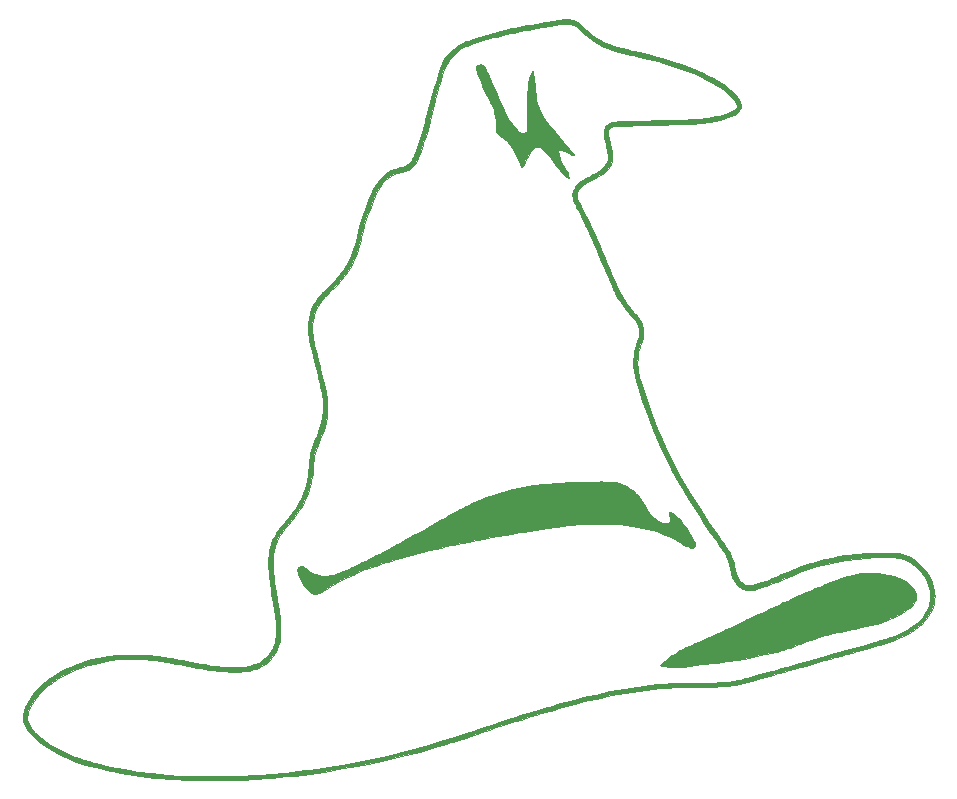
<source format=gbr>
G04 #@! TF.GenerationSoftware,KiCad,Pcbnew,(5.1.10)-1*
G04 #@! TF.CreationDate,2021-07-03T22:49:25-04:00*
G04 #@! TF.ProjectId,Sorting Hat,536f7274-696e-4672-9048-61742e6b6963,rev?*
G04 #@! TF.SameCoordinates,Original*
G04 #@! TF.FileFunction,Legend,Top*
G04 #@! TF.FilePolarity,Positive*
%FSLAX46Y46*%
G04 Gerber Fmt 4.6, Leading zero omitted, Abs format (unit mm)*
G04 Created by KiCad (PCBNEW (5.1.10)-1) date 2021-07-03 22:49:25*
%MOMM*%
%LPD*%
G01*
G04 APERTURE LIST*
%ADD10C,0.010000*%
G04 APERTURE END LIST*
D10*
G04 #@! TO.C,G\u002A\u002A\u002A*
G36*
X155271124Y-59471233D02*
G01*
X155385373Y-59487820D01*
X155574458Y-59533524D01*
X155745532Y-59592185D01*
X155905473Y-59667940D01*
X156061158Y-59764921D01*
X156219464Y-59887263D01*
X156387269Y-60039102D01*
X156516916Y-60168072D01*
X156688770Y-60340840D01*
X156843131Y-60487777D01*
X156988740Y-60616273D01*
X157134340Y-60733723D01*
X157288671Y-60847518D01*
X157455266Y-60961587D01*
X157724868Y-61130958D01*
X158005596Y-61286998D01*
X158301230Y-61431080D01*
X158615554Y-61564575D01*
X158952350Y-61688857D01*
X159315401Y-61805299D01*
X159708490Y-61915272D01*
X160135399Y-62020150D01*
X160599911Y-62121305D01*
X160716324Y-62144963D01*
X161613935Y-62338890D01*
X162484696Y-62555678D01*
X163336777Y-62797902D01*
X164178347Y-63068139D01*
X165017572Y-63368963D01*
X165862622Y-63702950D01*
X166452246Y-63953591D01*
X166766720Y-64093291D01*
X167046673Y-64223023D01*
X167297826Y-64345962D01*
X167525900Y-64465282D01*
X167736616Y-64584156D01*
X167935695Y-64705757D01*
X168128858Y-64833261D01*
X168321827Y-64969840D01*
X168433750Y-65052835D01*
X168636378Y-65211212D01*
X168834327Y-65377096D01*
X169022402Y-65545503D01*
X169195408Y-65711450D01*
X169348153Y-65869952D01*
X169475442Y-66016027D01*
X169572081Y-66144689D01*
X169572849Y-66145833D01*
X169689584Y-66344967D01*
X169765352Y-66533479D01*
X169800133Y-66711452D01*
X169793904Y-66878967D01*
X169746641Y-67036108D01*
X169658324Y-67182956D01*
X169528929Y-67319594D01*
X169358433Y-67446105D01*
X169193933Y-67539314D01*
X168928928Y-67661175D01*
X168627846Y-67776967D01*
X168296718Y-67884994D01*
X167941571Y-67983559D01*
X167568438Y-68070968D01*
X167183347Y-68145523D01*
X166856833Y-68196725D01*
X166729800Y-68213964D01*
X166604244Y-68229776D01*
X166477433Y-68244300D01*
X166346635Y-68257672D01*
X166209117Y-68270029D01*
X166062147Y-68281510D01*
X165902994Y-68292253D01*
X165728924Y-68302394D01*
X165537206Y-68312072D01*
X165325108Y-68321424D01*
X165089896Y-68330587D01*
X164828840Y-68339700D01*
X164539207Y-68348899D01*
X164218264Y-68358323D01*
X163863280Y-68368109D01*
X163471523Y-68378395D01*
X163040259Y-68389318D01*
X163025666Y-68389682D01*
X162597409Y-68400490D01*
X162184220Y-68411156D01*
X161788145Y-68421618D01*
X161411229Y-68431815D01*
X161055517Y-68441685D01*
X160723055Y-68451166D01*
X160415888Y-68460198D01*
X160136061Y-68468719D01*
X159885621Y-68476666D01*
X159666611Y-68483980D01*
X159481079Y-68490597D01*
X159331068Y-68496457D01*
X159218624Y-68501498D01*
X159145793Y-68505659D01*
X159131000Y-68506811D01*
X158951390Y-68532631D01*
X158808532Y-68576738D01*
X158700011Y-68641349D01*
X158623413Y-68728684D01*
X158576325Y-68840960D01*
X158556332Y-68980395D01*
X158555287Y-69035825D01*
X158556813Y-69110160D01*
X158560949Y-69181374D01*
X158568757Y-69255281D01*
X158581301Y-69337695D01*
X158599642Y-69434428D01*
X158624844Y-69551296D01*
X158657968Y-69694110D01*
X158700077Y-69868684D01*
X158729234Y-69987583D01*
X158789773Y-70241234D01*
X158837515Y-70459491D01*
X158873192Y-70647074D01*
X158897539Y-70808700D01*
X158911287Y-70949090D01*
X158915170Y-71072961D01*
X158911739Y-71162333D01*
X158872204Y-71429770D01*
X158793635Y-71684159D01*
X158677735Y-71921741D01*
X158526207Y-72138755D01*
X158412573Y-72263865D01*
X158315606Y-72352118D01*
X158193790Y-72447774D01*
X158044739Y-72552373D01*
X157866068Y-72667456D01*
X157655392Y-72794564D01*
X157410326Y-72935238D01*
X157151916Y-73078250D01*
X156955377Y-73186451D01*
X156791629Y-73279078D01*
X156655570Y-73359431D01*
X156542098Y-73430811D01*
X156446112Y-73496519D01*
X156362509Y-73559856D01*
X156286188Y-73624121D01*
X156232770Y-73672925D01*
X156133701Y-73772096D01*
X156061318Y-73860024D01*
X156006542Y-73948116D01*
X155993495Y-73973609D01*
X155962147Y-74040082D01*
X155942104Y-74094483D01*
X155930939Y-74149809D01*
X155926225Y-74219059D01*
X155925535Y-74315228D01*
X155925654Y-74336962D01*
X155927725Y-74423483D01*
X155934086Y-74502251D01*
X155946705Y-74578688D01*
X155967549Y-74658218D01*
X155998586Y-74746263D01*
X156041783Y-74848246D01*
X156099109Y-74969590D01*
X156172531Y-75115718D01*
X156264017Y-75292053D01*
X156290602Y-75342750D01*
X156465161Y-75680346D01*
X156642917Y-76034650D01*
X156825091Y-76408321D01*
X157012907Y-76804022D01*
X157207584Y-77224413D01*
X157410346Y-77672156D01*
X157622415Y-78149913D01*
X157845011Y-78660344D01*
X158079357Y-79206112D01*
X158263290Y-79639583D01*
X158421455Y-80014049D01*
X158564127Y-80351750D01*
X158692288Y-80654917D01*
X158806921Y-80925779D01*
X158909009Y-81166567D01*
X158999535Y-81379511D01*
X159079482Y-81566841D01*
X159149834Y-81730788D01*
X159211572Y-81873581D01*
X159265681Y-81997452D01*
X159313143Y-82104629D01*
X159354940Y-82197345D01*
X159392057Y-82277828D01*
X159425475Y-82348309D01*
X159456179Y-82411018D01*
X159485151Y-82468186D01*
X159513373Y-82522043D01*
X159541830Y-82574819D01*
X159571504Y-82628744D01*
X159603377Y-82686048D01*
X159616034Y-82708750D01*
X159869005Y-83131025D01*
X160154541Y-83551197D01*
X160464003Y-83957447D01*
X160788753Y-84337956D01*
X160876996Y-84433745D01*
X160963951Y-84528804D01*
X161047800Y-84624492D01*
X161120741Y-84711630D01*
X161174970Y-84781038D01*
X161189018Y-84800811D01*
X161333095Y-85047474D01*
X161442631Y-85309743D01*
X161516038Y-85581477D01*
X161551723Y-85856534D01*
X161548097Y-86128770D01*
X161543841Y-86170960D01*
X161521940Y-86330963D01*
X161492899Y-86473210D01*
X161452472Y-86614163D01*
X161396413Y-86770283D01*
X161375522Y-86823518D01*
X161228190Y-87247253D01*
X161122654Y-87673369D01*
X161058988Y-88100849D01*
X161037265Y-88528673D01*
X161057559Y-88955822D01*
X161119943Y-89381276D01*
X161173534Y-89619371D01*
X161214948Y-89774878D01*
X161268882Y-89964941D01*
X161333695Y-90184223D01*
X161407744Y-90427388D01*
X161489390Y-90689096D01*
X161576989Y-90964011D01*
X161668899Y-91246796D01*
X161743352Y-91471874D01*
X162166701Y-92677412D01*
X162626795Y-93864312D01*
X163124325Y-95034018D01*
X163659980Y-96187973D01*
X164234452Y-97327623D01*
X164848431Y-98454410D01*
X165502607Y-99569779D01*
X165989056Y-100351166D01*
X166297869Y-100833193D01*
X166588128Y-101281346D01*
X166861920Y-101698712D01*
X167121332Y-102088377D01*
X167368451Y-102453427D01*
X167605366Y-102796949D01*
X167834162Y-103122029D01*
X168056926Y-103431754D01*
X168250696Y-103695500D01*
X168380401Y-103872003D01*
X168487962Y-104022844D01*
X168577936Y-104155214D01*
X168654881Y-104276301D01*
X168723354Y-104393293D01*
X168787914Y-104513380D01*
X168853118Y-104643751D01*
X168857222Y-104652206D01*
X168990307Y-104954658D01*
X169099959Y-105267129D01*
X169190235Y-105601870D01*
X169226257Y-105766138D01*
X169299224Y-106083855D01*
X169380060Y-106361774D01*
X169469979Y-106601903D01*
X169570195Y-106806249D01*
X169681921Y-106976823D01*
X169806372Y-107115632D01*
X169944760Y-107224684D01*
X170098300Y-107305988D01*
X170174040Y-107334519D01*
X170319115Y-107370099D01*
X170475484Y-107382075D01*
X170649336Y-107370137D01*
X170846863Y-107333974D01*
X171007869Y-107292577D01*
X171492500Y-107146356D01*
X171976865Y-106980720D01*
X172469494Y-106792497D01*
X172978919Y-106578516D01*
X173231268Y-106466017D01*
X173964495Y-106147897D01*
X174685816Y-105864811D01*
X175402900Y-105614258D01*
X176123420Y-105393737D01*
X176855043Y-105200747D01*
X177605441Y-105032788D01*
X177662416Y-105021186D01*
X178106433Y-104935392D01*
X178534038Y-104861440D01*
X178952473Y-104798602D01*
X179368978Y-104746146D01*
X179790794Y-104703344D01*
X180225162Y-104669466D01*
X180679323Y-104643780D01*
X181160518Y-104625558D01*
X181675989Y-104614069D01*
X181705250Y-104613622D01*
X181990959Y-104610143D01*
X182239263Y-104609164D01*
X182455040Y-104611133D01*
X182643169Y-104616500D01*
X182808527Y-104625712D01*
X182955993Y-104639219D01*
X183090445Y-104657470D01*
X183216762Y-104680912D01*
X183339821Y-104709996D01*
X183464502Y-104745169D01*
X183595682Y-104786880D01*
X183598345Y-104787764D01*
X183949221Y-104926256D01*
X184284540Y-105102032D01*
X184601697Y-105312073D01*
X184898089Y-105553362D01*
X185171109Y-105822878D01*
X185418154Y-106117604D01*
X185636620Y-106434519D01*
X185823901Y-106770607D01*
X185977393Y-107122847D01*
X186094491Y-107488221D01*
X186153176Y-107748916D01*
X186176616Y-107916930D01*
X186190614Y-108109885D01*
X186195277Y-108315487D01*
X186190712Y-108521444D01*
X186177025Y-108715464D01*
X186154321Y-108885253D01*
X186142854Y-108943114D01*
X186064281Y-109235283D01*
X185961512Y-109507356D01*
X185831247Y-109764934D01*
X185670182Y-110013617D01*
X185475016Y-110259008D01*
X185242445Y-110506706D01*
X185191592Y-110556589D01*
X184874986Y-110843286D01*
X184540911Y-111105770D01*
X184185202Y-111346524D01*
X183803690Y-111568028D01*
X183392210Y-111772763D01*
X182946594Y-111963211D01*
X182626000Y-112084364D01*
X182558465Y-112108371D01*
X182487310Y-112132953D01*
X182410496Y-112158703D01*
X182325983Y-112186214D01*
X182231730Y-112216080D01*
X182125699Y-112248894D01*
X182005848Y-112285250D01*
X181870138Y-112325741D01*
X181716530Y-112370960D01*
X181542983Y-112421501D01*
X181347457Y-112477958D01*
X181127913Y-112540924D01*
X180882311Y-112610992D01*
X180608610Y-112688757D01*
X180304771Y-112774810D01*
X179968754Y-112869746D01*
X179598520Y-112974159D01*
X179192027Y-113088642D01*
X178747237Y-113213787D01*
X178646899Y-113242006D01*
X178239309Y-113356660D01*
X177798297Y-113480781D01*
X177330500Y-113612496D01*
X176842558Y-113749934D01*
X176341107Y-113891225D01*
X175832786Y-114034496D01*
X175324234Y-114177876D01*
X174822087Y-114319495D01*
X174332984Y-114457480D01*
X173863563Y-114589962D01*
X173420462Y-114715067D01*
X173010319Y-114830926D01*
X172942482Y-114850095D01*
X172525641Y-114967862D01*
X172147288Y-115074665D01*
X171805188Y-115171105D01*
X171497105Y-115257781D01*
X171220804Y-115335294D01*
X170974049Y-115404244D01*
X170754606Y-115465229D01*
X170560238Y-115518851D01*
X170388710Y-115565708D01*
X170237786Y-115606402D01*
X170105232Y-115641531D01*
X169988812Y-115671695D01*
X169886290Y-115697495D01*
X169795431Y-115719531D01*
X169714000Y-115738401D01*
X169639761Y-115754706D01*
X169570479Y-115769047D01*
X169503918Y-115782022D01*
X169437842Y-115794231D01*
X169396833Y-115801557D01*
X169254006Y-115826546D01*
X169122669Y-115848679D01*
X168999300Y-115868157D01*
X168880380Y-115885182D01*
X168762390Y-115899956D01*
X168641811Y-115912679D01*
X168515122Y-115923554D01*
X168378804Y-115932783D01*
X168229338Y-115940566D01*
X168063204Y-115947106D01*
X167876882Y-115952603D01*
X167666853Y-115957261D01*
X167429598Y-115961280D01*
X167161596Y-115964861D01*
X166859328Y-115968207D01*
X166519276Y-115971519D01*
X166412333Y-115972509D01*
X166127050Y-115975362D01*
X165846345Y-115978615D01*
X165574172Y-115982197D01*
X165314480Y-115986036D01*
X165071223Y-115990060D01*
X164848352Y-115994199D01*
X164649819Y-115998380D01*
X164479576Y-116002532D01*
X164341573Y-116006585D01*
X164239764Y-116010465D01*
X164200416Y-116012513D01*
X163562405Y-116055092D01*
X162946292Y-116104181D01*
X162347099Y-116160592D01*
X161759849Y-116225141D01*
X161179566Y-116298639D01*
X160601273Y-116381902D01*
X160019993Y-116475743D01*
X159430748Y-116580974D01*
X158828563Y-116698411D01*
X158208459Y-116828866D01*
X157565461Y-116973154D01*
X156894590Y-117132088D01*
X156190871Y-117306481D01*
X156019500Y-117349971D01*
X155675219Y-117438455D01*
X155334630Y-117527568D01*
X154995431Y-117618014D01*
X154655323Y-117710494D01*
X154312007Y-117805711D01*
X153963183Y-117904367D01*
X153606552Y-118007165D01*
X153239814Y-118114807D01*
X152860669Y-118227996D01*
X152466818Y-118347433D01*
X152055961Y-118473822D01*
X151625799Y-118607865D01*
X151174032Y-118750263D01*
X150698361Y-118901720D01*
X150196485Y-119062938D01*
X149666106Y-119234620D01*
X149104924Y-119417467D01*
X148510639Y-119612182D01*
X147880952Y-119819468D01*
X147224750Y-120036323D01*
X146849070Y-120160531D01*
X146509448Y-120272469D01*
X146201840Y-120373428D01*
X145922202Y-120464703D01*
X145666489Y-120547584D01*
X145430657Y-120623365D01*
X145210663Y-120693338D01*
X145002462Y-120758796D01*
X144802009Y-120821031D01*
X144605262Y-120881336D01*
X144408176Y-120941003D01*
X144206706Y-121001324D01*
X144187333Y-121007094D01*
X142601452Y-121458759D01*
X141000055Y-121874448D01*
X139387476Y-122253233D01*
X137768049Y-122594188D01*
X136146109Y-122896387D01*
X134525989Y-123158903D01*
X133339416Y-123325940D01*
X132633700Y-123416441D01*
X131963414Y-123497253D01*
X131322899Y-123568878D01*
X130706497Y-123631818D01*
X130108550Y-123686574D01*
X129523398Y-123733646D01*
X128945383Y-123773536D01*
X128368846Y-123806746D01*
X127788128Y-123833775D01*
X127465666Y-123846162D01*
X127378626Y-123848491D01*
X127254714Y-123850670D01*
X127097634Y-123852695D01*
X126911087Y-123854560D01*
X126698778Y-123856258D01*
X126464407Y-123857785D01*
X126211678Y-123859134D01*
X125944295Y-123860300D01*
X125665958Y-123861277D01*
X125380371Y-123862060D01*
X125091237Y-123862643D01*
X124802258Y-123863021D01*
X124517137Y-123863187D01*
X124239577Y-123863137D01*
X123973280Y-123862864D01*
X123721949Y-123862363D01*
X123489286Y-123861628D01*
X123278995Y-123860653D01*
X123094778Y-123859434D01*
X122940337Y-123857963D01*
X122819375Y-123856237D01*
X122735596Y-123854248D01*
X122713750Y-123853398D01*
X122020776Y-123817318D01*
X121363309Y-123775129D01*
X120734859Y-123726045D01*
X120128935Y-123669282D01*
X119539046Y-123604057D01*
X118958704Y-123529585D01*
X118381417Y-123445082D01*
X117800695Y-123349764D01*
X117210047Y-123242846D01*
X116602985Y-123123544D01*
X116501333Y-123102726D01*
X115829844Y-122957493D01*
X115198059Y-122806193D01*
X114603661Y-122647888D01*
X114044333Y-122481643D01*
X113517757Y-122306518D01*
X113021615Y-122121577D01*
X112553591Y-121925883D01*
X112111368Y-121718498D01*
X111692627Y-121498485D01*
X111295052Y-121264906D01*
X110916325Y-121016825D01*
X110554130Y-120753303D01*
X110405333Y-120636959D01*
X110230133Y-120491309D01*
X110053455Y-120333782D01*
X109881121Y-120170282D01*
X109718949Y-120006711D01*
X109572761Y-119848974D01*
X109448377Y-119702973D01*
X109351617Y-119574611D01*
X109337912Y-119554331D01*
X109198060Y-119314985D01*
X109096556Y-119075692D01*
X109033400Y-118833980D01*
X109015589Y-118656951D01*
X109380150Y-118656951D01*
X109394866Y-118818110D01*
X109418336Y-118923652D01*
X109488096Y-119109335D01*
X109585850Y-119294139D01*
X109714346Y-119482022D01*
X109876333Y-119676940D01*
X110074561Y-119882848D01*
X110106315Y-119913696D01*
X110486882Y-120256662D01*
X110894870Y-120577581D01*
X111333465Y-120878638D01*
X111805851Y-121162018D01*
X112315212Y-121429904D01*
X112320916Y-121432716D01*
X112668723Y-121597471D01*
X113023533Y-121752095D01*
X113389439Y-121897899D01*
X113770529Y-122036192D01*
X114170895Y-122168283D01*
X114594626Y-122295482D01*
X115045812Y-122419099D01*
X115528545Y-122540442D01*
X116046914Y-122660821D01*
X116395500Y-122737156D01*
X117575565Y-122969578D01*
X118766937Y-123163173D01*
X119971385Y-123318161D01*
X121190680Y-123434761D01*
X122426593Y-123513192D01*
X122777250Y-123528397D01*
X122883171Y-123531487D01*
X123027145Y-123534088D01*
X123205240Y-123536217D01*
X123413524Y-123537888D01*
X123648066Y-123539117D01*
X123904934Y-123539917D01*
X124180198Y-123540305D01*
X124469924Y-123540296D01*
X124770182Y-123539905D01*
X125077040Y-123539146D01*
X125386566Y-123538035D01*
X125694830Y-123536587D01*
X125997898Y-123534817D01*
X126291841Y-123532740D01*
X126572726Y-123530371D01*
X126836622Y-123527725D01*
X127079597Y-123524817D01*
X127297719Y-123521663D01*
X127487057Y-123518278D01*
X127643680Y-123514676D01*
X127763656Y-123510872D01*
X127804333Y-123509114D01*
X128344775Y-123481193D01*
X128860042Y-123451025D01*
X129357001Y-123417971D01*
X129842521Y-123381394D01*
X130323467Y-123340656D01*
X130806707Y-123295121D01*
X131299108Y-123244150D01*
X131807538Y-123187106D01*
X132338864Y-123123352D01*
X132899952Y-123052249D01*
X133318250Y-122997210D01*
X134935813Y-122761351D01*
X136557999Y-122484782D01*
X138181173Y-122168313D01*
X139801699Y-121812755D01*
X141415940Y-121418916D01*
X143020260Y-120987607D01*
X144611024Y-120519639D01*
X145044583Y-120384956D01*
X145178400Y-120342550D01*
X145347525Y-120288377D01*
X145547092Y-120224021D01*
X145772235Y-120151067D01*
X146018090Y-120071100D01*
X146279791Y-119985706D01*
X146552474Y-119896471D01*
X146831273Y-119804978D01*
X147111323Y-119712814D01*
X147387759Y-119621563D01*
X147404666Y-119615972D01*
X148074081Y-119395034D01*
X148705947Y-119187440D01*
X149302647Y-118992469D01*
X149866559Y-118809398D01*
X150400065Y-118637508D01*
X150905546Y-118476078D01*
X151385383Y-118324386D01*
X151841955Y-118181711D01*
X152277644Y-118047333D01*
X152694830Y-117920530D01*
X153095894Y-117800582D01*
X153483216Y-117686768D01*
X153859178Y-117578366D01*
X154226160Y-117474656D01*
X154586543Y-117374917D01*
X154942707Y-117278427D01*
X155297033Y-117184466D01*
X155651901Y-117092313D01*
X156009693Y-117001246D01*
X156178250Y-116958938D01*
X156869086Y-116789315D01*
X157525652Y-116634637D01*
X158152969Y-116494093D01*
X158756059Y-116366873D01*
X159339945Y-116252167D01*
X159909648Y-116149165D01*
X160470190Y-116057058D01*
X161026594Y-115975034D01*
X161583880Y-115902284D01*
X162147072Y-115837997D01*
X162721191Y-115781364D01*
X163311258Y-115731575D01*
X163922297Y-115687820D01*
X164147500Y-115673443D01*
X164225886Y-115669729D01*
X164342679Y-115665802D01*
X164493955Y-115661733D01*
X164675789Y-115657594D01*
X164884255Y-115653454D01*
X165115429Y-115649384D01*
X165365386Y-115645456D01*
X165630200Y-115641741D01*
X165905948Y-115638309D01*
X166188703Y-115635231D01*
X166348833Y-115633687D01*
X166693268Y-115630437D01*
X166998830Y-115627280D01*
X167268979Y-115624043D01*
X167507174Y-115620554D01*
X167716874Y-115616641D01*
X167901538Y-115612133D01*
X168064627Y-115606856D01*
X168209599Y-115600639D01*
X168339915Y-115593311D01*
X168459033Y-115584698D01*
X168570413Y-115574630D01*
X168677515Y-115562933D01*
X168783797Y-115549436D01*
X168892720Y-115533967D01*
X169007743Y-115516353D01*
X169132324Y-115496424D01*
X169142642Y-115494751D01*
X169286036Y-115470320D01*
X169443459Y-115441590D01*
X169597148Y-115411909D01*
X169729339Y-115384626D01*
X169745892Y-115381019D01*
X169791534Y-115369718D01*
X169875999Y-115347423D01*
X169997377Y-115314667D01*
X170153755Y-115271984D01*
X170343222Y-115219905D01*
X170563869Y-115158964D01*
X170813783Y-115089693D01*
X171091053Y-115012626D01*
X171393769Y-114928294D01*
X171720020Y-114837231D01*
X172067894Y-114739970D01*
X172435480Y-114637043D01*
X172820868Y-114528983D01*
X173222146Y-114416323D01*
X173637403Y-114299596D01*
X174064729Y-114179334D01*
X174502211Y-114056071D01*
X174836666Y-113961740D01*
X175486083Y-113778504D01*
X176096095Y-113606390D01*
X176668037Y-113445011D01*
X177203243Y-113293977D01*
X177703047Y-113152902D01*
X178168783Y-113021396D01*
X178601786Y-112899072D01*
X179003389Y-112785541D01*
X179374926Y-112680415D01*
X179717731Y-112583306D01*
X180033139Y-112493825D01*
X180322484Y-112411585D01*
X180587099Y-112336197D01*
X180828320Y-112267272D01*
X181047479Y-112204423D01*
X181245911Y-112147261D01*
X181424950Y-112095399D01*
X181585931Y-112048447D01*
X181730186Y-112006018D01*
X181859051Y-111967723D01*
X181973860Y-111933175D01*
X182075945Y-111901984D01*
X182166643Y-111873763D01*
X182247286Y-111848123D01*
X182319209Y-111824677D01*
X182383746Y-111803036D01*
X182442230Y-111782811D01*
X182495997Y-111763615D01*
X182546380Y-111745059D01*
X182594713Y-111726755D01*
X182642330Y-111708315D01*
X182690566Y-111689350D01*
X182740754Y-111669473D01*
X182794229Y-111648295D01*
X182816500Y-111639506D01*
X183169342Y-111489646D01*
X183515242Y-111321753D01*
X183848407Y-111139400D01*
X184163044Y-110946163D01*
X184453360Y-110745615D01*
X184713561Y-110541331D01*
X184937856Y-110336885D01*
X184954333Y-110320369D01*
X185195796Y-110049121D01*
X185402347Y-109757218D01*
X185566291Y-109463416D01*
X185654891Y-109272629D01*
X185722233Y-109096403D01*
X185770330Y-108924632D01*
X185801199Y-108747212D01*
X185816854Y-108554039D01*
X185819311Y-108335008D01*
X185816149Y-108210591D01*
X185793945Y-107910205D01*
X185747515Y-107628614D01*
X185674501Y-107359819D01*
X185572546Y-107097824D01*
X185439295Y-106836630D01*
X185272391Y-106570240D01*
X185069476Y-106292657D01*
X185055420Y-106274641D01*
X184812055Y-105997757D01*
X184539271Y-105749742D01*
X184240480Y-105532736D01*
X183919094Y-105348880D01*
X183578523Y-105200316D01*
X183222178Y-105089183D01*
X183132756Y-105067887D01*
X183082906Y-105056955D01*
X183036551Y-105047768D01*
X182989623Y-105040176D01*
X182938056Y-105034031D01*
X182877783Y-105029183D01*
X182804736Y-105025484D01*
X182714850Y-105022784D01*
X182604057Y-105020936D01*
X182468290Y-105019789D01*
X182303482Y-105019195D01*
X182105567Y-105019006D01*
X181870477Y-105019072D01*
X181800500Y-105019114D01*
X181515845Y-105019877D01*
X181252949Y-105021751D01*
X181015224Y-105024674D01*
X180806085Y-105028582D01*
X180628947Y-105033409D01*
X180487224Y-105039092D01*
X180384330Y-105045568D01*
X180382333Y-105045735D01*
X179512901Y-105133665D01*
X178672699Y-105248605D01*
X177857486Y-105391643D01*
X177063022Y-105563870D01*
X176285064Y-105766376D01*
X175519371Y-106000250D01*
X174761704Y-106266582D01*
X174007821Y-106566462D01*
X173366872Y-106848531D01*
X173070737Y-106980924D01*
X172769611Y-107108759D01*
X172468071Y-107230442D01*
X172170692Y-107344382D01*
X171882048Y-107448986D01*
X171606717Y-107542661D01*
X171349272Y-107623815D01*
X171114289Y-107690856D01*
X170906344Y-107742190D01*
X170730012Y-107776226D01*
X170681725Y-107783113D01*
X170443164Y-107793369D01*
X170209625Y-107764394D01*
X169986087Y-107698314D01*
X169777526Y-107597258D01*
X169588920Y-107463351D01*
X169425246Y-107298722D01*
X169364664Y-107220268D01*
X169268271Y-107064566D01*
X169174510Y-106873466D01*
X169086024Y-106653901D01*
X169005460Y-106412808D01*
X168935462Y-106157120D01*
X168900282Y-106002666D01*
X168856681Y-105801785D01*
X168817322Y-105634659D01*
X168780062Y-105493194D01*
X168742761Y-105369294D01*
X168703277Y-105254867D01*
X168700256Y-105246679D01*
X168637295Y-105084856D01*
X168571537Y-104934136D01*
X168499232Y-104788034D01*
X168416629Y-104640068D01*
X168319979Y-104483754D01*
X168205531Y-104312609D01*
X168069536Y-104120148D01*
X167968318Y-103981242D01*
X167671324Y-103571277D01*
X167360231Y-103130470D01*
X167039197Y-102665202D01*
X166712378Y-102181851D01*
X166383932Y-101686794D01*
X166058017Y-101186410D01*
X165738790Y-100687079D01*
X165430407Y-100195177D01*
X165137027Y-99717084D01*
X164862807Y-99259177D01*
X164629701Y-98858916D01*
X164010479Y-97736972D01*
X163428012Y-96594959D01*
X162882095Y-95432398D01*
X162372525Y-94248808D01*
X161899099Y-93043709D01*
X161461613Y-91816621D01*
X161059864Y-90567064D01*
X160922444Y-90106500D01*
X160806538Y-89655979D01*
X160727864Y-89221765D01*
X160686574Y-88799739D01*
X160682821Y-88385780D01*
X160716757Y-87975770D01*
X160788535Y-87565589D01*
X160898306Y-87151117D01*
X161046224Y-86728235D01*
X161047564Y-86724800D01*
X161117279Y-86531335D01*
X161164831Y-86360681D01*
X161192441Y-86201043D01*
X161202326Y-86040626D01*
X161199637Y-85916470D01*
X161184524Y-85747723D01*
X161155575Y-85599050D01*
X161130903Y-85513333D01*
X161083949Y-85377951D01*
X161032881Y-85258156D01*
X160972806Y-85146365D01*
X160898828Y-85035000D01*
X160806055Y-84916480D01*
X160689592Y-84783224D01*
X160590402Y-84676109D01*
X160223662Y-84259220D01*
X159877316Y-83810974D01*
X159557234Y-83339779D01*
X159269285Y-82854041D01*
X159119469Y-82569278D01*
X159089020Y-82507379D01*
X159054771Y-82435314D01*
X159015716Y-82350760D01*
X158970848Y-82251388D01*
X158919163Y-82134873D01*
X158859655Y-81998888D01*
X158791318Y-81841106D01*
X158713146Y-81659202D01*
X158624133Y-81450849D01*
X158523275Y-81213721D01*
X158409564Y-80945491D01*
X158281996Y-80643833D01*
X158139564Y-80306421D01*
X158074208Y-80151444D01*
X157895994Y-79729538D01*
X157732006Y-79343132D01*
X157580556Y-78988497D01*
X157439956Y-78661904D01*
X157308518Y-78359623D01*
X157184557Y-78077926D01*
X157066383Y-77813084D01*
X156952310Y-77561366D01*
X156840650Y-77319045D01*
X156729715Y-77082391D01*
X156617819Y-76847676D01*
X156503275Y-76611170D01*
X156384393Y-76369143D01*
X156259488Y-76117868D01*
X156152072Y-75903666D01*
X156056616Y-75712974D01*
X155965544Y-75529183D01*
X155880956Y-75356655D01*
X155804948Y-75199753D01*
X155739617Y-75062839D01*
X155687063Y-74950277D01*
X155649381Y-74866428D01*
X155628670Y-74815656D01*
X155627954Y-74813583D01*
X155565359Y-74573445D01*
X155543736Y-74343320D01*
X155563130Y-74123104D01*
X155623588Y-73912695D01*
X155725154Y-73711989D01*
X155867874Y-73520883D01*
X156051794Y-73339274D01*
X156276960Y-73167060D01*
X156389916Y-73093737D01*
X156457992Y-73052977D01*
X156555422Y-72996520D01*
X156674337Y-72928831D01*
X156806866Y-72854373D01*
X156945139Y-72777610D01*
X157014333Y-72739560D01*
X157294646Y-72582313D01*
X157542330Y-72435770D01*
X157756044Y-72300818D01*
X157934444Y-72178340D01*
X158076187Y-72069225D01*
X158179930Y-71974357D01*
X158189321Y-71964447D01*
X158334087Y-71779907D01*
X158442497Y-71575656D01*
X158515494Y-71349578D01*
X158547944Y-71161213D01*
X158551924Y-71078443D01*
X158546563Y-70974906D01*
X158531326Y-70847463D01*
X158505677Y-70692975D01*
X158469080Y-70508301D01*
X158420998Y-70290302D01*
X158360896Y-70035839D01*
X158343993Y-69966416D01*
X158289048Y-69737117D01*
X158245736Y-69543057D01*
X158213731Y-69378869D01*
X158192705Y-69239184D01*
X158182333Y-69118633D01*
X158182287Y-69011848D01*
X158192241Y-68913459D01*
X158211869Y-68818098D01*
X158240845Y-68720397D01*
X158264172Y-68654083D01*
X158334666Y-68521188D01*
X158441192Y-68400575D01*
X158578245Y-68296345D01*
X158740321Y-68212598D01*
X158921917Y-68153435D01*
X158942626Y-68148653D01*
X159014272Y-68137529D01*
X159122812Y-68127192D01*
X159262807Y-68118009D01*
X159428819Y-68110345D01*
X159586083Y-68105306D01*
X159748967Y-68100915D01*
X159941938Y-68095511D01*
X160152775Y-68089448D01*
X160369252Y-68083081D01*
X160579148Y-68076766D01*
X160739666Y-68071816D01*
X160881500Y-68067547D01*
X161059424Y-68062458D01*
X161267203Y-68056714D01*
X161498605Y-68050481D01*
X161747398Y-68043922D01*
X162007347Y-68037203D01*
X162272221Y-68030488D01*
X162535787Y-68023942D01*
X162729333Y-68019230D01*
X163182109Y-68008218D01*
X163595065Y-67997927D01*
X163970702Y-67988226D01*
X164311527Y-67978985D01*
X164620041Y-67970073D01*
X164898748Y-67961360D01*
X165150153Y-67952716D01*
X165376759Y-67944009D01*
X165581070Y-67935109D01*
X165765588Y-67925886D01*
X165932819Y-67916209D01*
X166085265Y-67905948D01*
X166225431Y-67894972D01*
X166355819Y-67883151D01*
X166478935Y-67870354D01*
X166597280Y-67856451D01*
X166713360Y-67841310D01*
X166829677Y-67824802D01*
X166948735Y-67806797D01*
X167020579Y-67795529D01*
X167323608Y-67742463D01*
X167621534Y-67680599D01*
X167910185Y-67611309D01*
X168185390Y-67535964D01*
X168442978Y-67455936D01*
X168678777Y-67372597D01*
X168888616Y-67287318D01*
X169068323Y-67201471D01*
X169213729Y-67116428D01*
X169311131Y-67042327D01*
X169393833Y-66950341D01*
X169439047Y-66853824D01*
X169447357Y-66747784D01*
X169419353Y-66627224D01*
X169372591Y-66519724D01*
X169297718Y-66395294D01*
X169190770Y-66253026D01*
X169055777Y-66097181D01*
X168896772Y-65932019D01*
X168717786Y-65761802D01*
X168522850Y-65590790D01*
X168391416Y-65482760D01*
X168124059Y-65277914D01*
X167851652Y-65088616D01*
X167567012Y-64910637D01*
X167262958Y-64739751D01*
X166932307Y-64571730D01*
X166567876Y-64402346D01*
X166518166Y-64380237D01*
X165745872Y-64049568D01*
X164991051Y-63749762D01*
X164245343Y-63478141D01*
X163500387Y-63232032D01*
X162747823Y-63008759D01*
X161979292Y-62805646D01*
X161186431Y-62620018D01*
X160686750Y-62514122D01*
X160452366Y-62466005D01*
X160252853Y-62424271D01*
X160081510Y-62387318D01*
X159931635Y-62353547D01*
X159796525Y-62321357D01*
X159669478Y-62289148D01*
X159543792Y-62255320D01*
X159412765Y-62218271D01*
X159269695Y-62176401D01*
X159258000Y-62172935D01*
X158869244Y-62049645D01*
X158512558Y-61919215D01*
X158177797Y-61777651D01*
X157854815Y-61620958D01*
X157850416Y-61618683D01*
X157463673Y-61403014D01*
X157108568Y-61171272D01*
X156776060Y-60916624D01*
X156457108Y-60632241D01*
X156196535Y-60369086D01*
X156001788Y-60183210D01*
X155803749Y-60037803D01*
X155597978Y-59931019D01*
X155380035Y-59861009D01*
X155145480Y-59825924D01*
X154889873Y-59823918D01*
X154887083Y-59824065D01*
X154768677Y-59832806D01*
X154643994Y-59845997D01*
X154532248Y-59861454D01*
X154484916Y-59869801D01*
X154434081Y-59879210D01*
X154345627Y-59894887D01*
X154223690Y-59916125D01*
X154072407Y-59942216D01*
X153895913Y-59972451D01*
X153698344Y-60006122D01*
X153483836Y-60042521D01*
X153256525Y-60080939D01*
X153020546Y-60120669D01*
X152992666Y-60125353D01*
X152551722Y-60200111D01*
X152147880Y-60270156D01*
X151776296Y-60336486D01*
X151432124Y-60400099D01*
X151110522Y-60461991D01*
X150806643Y-60523161D01*
X150515644Y-60584605D01*
X150232680Y-60647321D01*
X149952907Y-60712307D01*
X149671481Y-60780560D01*
X149383556Y-60853077D01*
X149098000Y-60927247D01*
X148816366Y-61002756D01*
X148530654Y-61082015D01*
X148245205Y-61163663D01*
X147964361Y-61246337D01*
X147692463Y-61328676D01*
X147433854Y-61409317D01*
X147192874Y-61486900D01*
X146973866Y-61560061D01*
X146781171Y-61627439D01*
X146619131Y-61687671D01*
X146492088Y-61739397D01*
X146452875Y-61757011D01*
X146141818Y-61924666D01*
X145846589Y-62128850D01*
X145571405Y-62365383D01*
X145320486Y-62630082D01*
X145098048Y-62918767D01*
X144908311Y-63227257D01*
X144844434Y-63351323D01*
X144775904Y-63504503D01*
X144699408Y-63699245D01*
X144614950Y-63935535D01*
X144522535Y-64213361D01*
X144422165Y-64532707D01*
X144313846Y-64893561D01*
X144197582Y-65295909D01*
X144073376Y-65739736D01*
X143941232Y-66225030D01*
X143801155Y-66751776D01*
X143653150Y-67319960D01*
X143563331Y-67669833D01*
X143460792Y-68066883D01*
X143364935Y-68428547D01*
X143274030Y-68760931D01*
X143186346Y-69070138D01*
X143100151Y-69362272D01*
X143013715Y-69643436D01*
X142925306Y-69919735D01*
X142925272Y-69919840D01*
X142850567Y-70145758D01*
X142774728Y-70369215D01*
X142699741Y-70584725D01*
X142627590Y-70786801D01*
X142560260Y-70969954D01*
X142499734Y-71128699D01*
X142447997Y-71257548D01*
X142409961Y-71344765D01*
X142275892Y-71592180D01*
X142118167Y-71810807D01*
X141939849Y-71996923D01*
X141757553Y-72138006D01*
X141645436Y-72206586D01*
X141536113Y-72261006D01*
X141418386Y-72305482D01*
X141281057Y-72344232D01*
X141112931Y-72381471D01*
X141108815Y-72382302D01*
X140945097Y-72416232D01*
X140813753Y-72445974D01*
X140705382Y-72474198D01*
X140610584Y-72503571D01*
X140519958Y-72536764D01*
X140424103Y-72576444D01*
X140422443Y-72577160D01*
X140153715Y-72714674D01*
X139902568Y-72887947D01*
X139668172Y-73097836D01*
X139449698Y-73345196D01*
X139246315Y-73630884D01*
X139057195Y-73955755D01*
X139023902Y-74019833D01*
X138826419Y-74428081D01*
X138632000Y-74871882D01*
X138442981Y-75344463D01*
X138261696Y-75839050D01*
X138090481Y-76348869D01*
X137931670Y-76867147D01*
X137787600Y-77387110D01*
X137660605Y-77901984D01*
X137614252Y-78108942D01*
X137469641Y-78686510D01*
X137291869Y-79238268D01*
X137080151Y-79765540D01*
X136833701Y-80269648D01*
X136551734Y-80751915D01*
X136233462Y-81213664D01*
X135878101Y-81656218D01*
X135484864Y-82080900D01*
X135052965Y-82489033D01*
X134967649Y-82563794D01*
X134830651Y-82683777D01*
X134719280Y-82784925D01*
X134626057Y-82874786D01*
X134543502Y-82960906D01*
X134464137Y-83050836D01*
X134380481Y-83152121D01*
X134362568Y-83174416D01*
X134135686Y-83490255D01*
X133941061Y-83828789D01*
X133780035Y-84185469D01*
X133653948Y-84555750D01*
X133564141Y-84935085D01*
X133511955Y-85318926D01*
X133498731Y-85702728D01*
X133519835Y-86031916D01*
X133537971Y-86167449D01*
X133565709Y-86338356D01*
X133601988Y-86539041D01*
X133645748Y-86763911D01*
X133695928Y-87007370D01*
X133751466Y-87263824D01*
X133764668Y-87323083D01*
X133782117Y-87400295D01*
X133800724Y-87481041D01*
X133821167Y-87568029D01*
X133844122Y-87663965D01*
X133870269Y-87771557D01*
X133900284Y-87893511D01*
X133934847Y-88032534D01*
X133974634Y-88191334D01*
X134020323Y-88372616D01*
X134072593Y-88579089D01*
X134132121Y-88813460D01*
X134199586Y-89078435D01*
X134275664Y-89376721D01*
X134361034Y-89711025D01*
X134440466Y-90021833D01*
X134521479Y-90351377D01*
X134588443Y-90652963D01*
X134643549Y-90937726D01*
X134688987Y-91216803D01*
X134719416Y-91440000D01*
X134734446Y-91593217D01*
X134745646Y-91776840D01*
X134753021Y-91981703D01*
X134756576Y-92198636D01*
X134756315Y-92418474D01*
X134752241Y-92632049D01*
X134744359Y-92830195D01*
X134732674Y-93003743D01*
X134718633Y-93133333D01*
X134654719Y-93529851D01*
X134574935Y-93900782D01*
X134475811Y-94257824D01*
X134353876Y-94612676D01*
X134205660Y-94977038D01*
X134106403Y-95197083D01*
X133986484Y-95465521D01*
X133886780Y-95715132D01*
X133805100Y-95954764D01*
X133739255Y-96193266D01*
X133687056Y-96439484D01*
X133646312Y-96702267D01*
X133614835Y-96990463D01*
X133593131Y-97271050D01*
X133567178Y-97606933D01*
X133535039Y-97910716D01*
X133495113Y-98192383D01*
X133445795Y-98461916D01*
X133385483Y-98729300D01*
X133317806Y-98985916D01*
X133145044Y-99528821D01*
X132936692Y-100050238D01*
X132691952Y-100551570D01*
X132410029Y-101034219D01*
X132090125Y-101499588D01*
X131731444Y-101949080D01*
X131465732Y-102245583D01*
X131211370Y-102531699D01*
X130992804Y-102810558D01*
X130805880Y-103088889D01*
X130646439Y-103373426D01*
X130510324Y-103670900D01*
X130397677Y-103975086D01*
X130338409Y-104159339D01*
X130291202Y-104323334D01*
X130254600Y-104476267D01*
X130227147Y-104627336D01*
X130207388Y-104785736D01*
X130193867Y-104960665D01*
X130185128Y-105161320D01*
X130180603Y-105346500D01*
X130178135Y-105706896D01*
X130185403Y-106038710D01*
X130203113Y-106354715D01*
X130231968Y-106667689D01*
X130270333Y-106973746D01*
X130288240Y-107097503D01*
X130312191Y-107256447D01*
X130341134Y-107444025D01*
X130374019Y-107653691D01*
X130409796Y-107878893D01*
X130447415Y-108113082D01*
X130485825Y-108349709D01*
X130523976Y-108582224D01*
X130560817Y-108804077D01*
X130595299Y-109008720D01*
X130616972Y-109135333D01*
X130666303Y-109446574D01*
X130708641Y-109765348D01*
X130743766Y-110086622D01*
X130771453Y-110405366D01*
X130791481Y-110716548D01*
X130803627Y-111015137D01*
X130807668Y-111296100D01*
X130803383Y-111554408D01*
X130790549Y-111785029D01*
X130768943Y-111982931D01*
X130748093Y-112101115D01*
X130650239Y-112460184D01*
X130515483Y-112800420D01*
X130345500Y-113119641D01*
X130141968Y-113415667D01*
X129906563Y-113686316D01*
X129640965Y-113929407D01*
X129346848Y-114142759D01*
X129046636Y-114313863D01*
X128882386Y-114390549D01*
X128714999Y-114456094D01*
X128537808Y-114512188D01*
X128344145Y-114560520D01*
X128127340Y-114602780D01*
X127880728Y-114640657D01*
X127635000Y-114671561D01*
X127530262Y-114682573D01*
X127427055Y-114690727D01*
X127317972Y-114696212D01*
X127195608Y-114699216D01*
X127052560Y-114699928D01*
X126881422Y-114698537D01*
X126693083Y-114695568D01*
X126476481Y-114690413D01*
X126266839Y-114682667D01*
X126060645Y-114671855D01*
X125854383Y-114657496D01*
X125644541Y-114639114D01*
X125427604Y-114616231D01*
X125200060Y-114588368D01*
X124958393Y-114555049D01*
X124699091Y-114515795D01*
X124418639Y-114470127D01*
X124113524Y-114417570D01*
X123780233Y-114357643D01*
X123415250Y-114289871D01*
X123015063Y-114213774D01*
X122692583Y-114151509D01*
X122300847Y-114076030D01*
X121946040Y-114008959D01*
X121623739Y-113949638D01*
X121329523Y-113897403D01*
X121058970Y-113851596D01*
X120807658Y-113811554D01*
X120571165Y-113776617D01*
X120345069Y-113746125D01*
X120124949Y-113719416D01*
X119906382Y-113695830D01*
X119684946Y-113674706D01*
X119456221Y-113655382D01*
X119284750Y-113642229D01*
X119146809Y-113634163D01*
X118976773Y-113627632D01*
X118781853Y-113622639D01*
X118569260Y-113619189D01*
X118346206Y-113617285D01*
X118119902Y-113616931D01*
X117897560Y-113618129D01*
X117686393Y-113620883D01*
X117493611Y-113625197D01*
X117326426Y-113631075D01*
X117192050Y-113638519D01*
X117157500Y-113641203D01*
X116427005Y-113723659D01*
X115710992Y-113845575D01*
X115007833Y-114007262D01*
X114522250Y-114144317D01*
X114065506Y-114294693D01*
X113608422Y-114467289D01*
X113156965Y-114659110D01*
X112717101Y-114867162D01*
X112294799Y-115088450D01*
X111896023Y-115319980D01*
X111526743Y-115558758D01*
X111192924Y-115801789D01*
X111146166Y-115838515D01*
X111017543Y-115946300D01*
X110872345Y-116077455D01*
X110719579Y-116223077D01*
X110568250Y-116374262D01*
X110427365Y-116522105D01*
X110305930Y-116657705D01*
X110250901Y-116723583D01*
X110079259Y-116948378D01*
X109917867Y-117183761D01*
X109770856Y-117422511D01*
X109642354Y-117657406D01*
X109536491Y-117881223D01*
X109457394Y-118086741D01*
X109440093Y-118141750D01*
X109403140Y-118305253D01*
X109383034Y-118481493D01*
X109380150Y-118656951D01*
X109015589Y-118656951D01*
X109008588Y-118587378D01*
X109022120Y-118333413D01*
X109073994Y-118069613D01*
X109164209Y-117793507D01*
X109292761Y-117502622D01*
X109336477Y-117416557D01*
X109571456Y-117009273D01*
X109841487Y-116621424D01*
X110147097Y-116252546D01*
X110488814Y-115902177D01*
X110867168Y-115569856D01*
X111282688Y-115255120D01*
X111735900Y-114957507D01*
X112227335Y-114676555D01*
X112757520Y-114411802D01*
X112790504Y-114396454D01*
X113447350Y-114114126D01*
X114115310Y-113871089D01*
X114796437Y-113666792D01*
X115492781Y-113500684D01*
X116206396Y-113372214D01*
X116939333Y-113280830D01*
X116945833Y-113280193D01*
X117066916Y-113271170D01*
X117224163Y-113263830D01*
X117411442Y-113258148D01*
X117622618Y-113254098D01*
X117851558Y-113251657D01*
X118092127Y-113250800D01*
X118338192Y-113251502D01*
X118583619Y-113253737D01*
X118822274Y-113257482D01*
X119048023Y-113262712D01*
X119254733Y-113269402D01*
X119436269Y-113277526D01*
X119586497Y-113287062D01*
X119634000Y-113291040D01*
X119875138Y-113314044D01*
X120107323Y-113338446D01*
X120335289Y-113364992D01*
X120563766Y-113394424D01*
X120797487Y-113427487D01*
X121041185Y-113464924D01*
X121299591Y-113507479D01*
X121577438Y-113555897D01*
X121879459Y-113610921D01*
X122210384Y-113673294D01*
X122574947Y-113743761D01*
X122819583Y-113791770D01*
X123257996Y-113877296D01*
X123659191Y-113953494D01*
X124027111Y-114020922D01*
X124365701Y-114080140D01*
X124678905Y-114131705D01*
X124970666Y-114176177D01*
X125244928Y-114214115D01*
X125505637Y-114246076D01*
X125756735Y-114272620D01*
X126002167Y-114294306D01*
X126245877Y-114311691D01*
X126491809Y-114325335D01*
X126629583Y-114331452D01*
X126852229Y-114335010D01*
X127095941Y-114329247D01*
X127350879Y-114315057D01*
X127607209Y-114293334D01*
X127855092Y-114264974D01*
X128084692Y-114230871D01*
X128286173Y-114191920D01*
X128361649Y-114173920D01*
X128678856Y-114071129D01*
X128980220Y-113929238D01*
X129264963Y-113748708D01*
X129532312Y-113530001D01*
X129668489Y-113396899D01*
X129861537Y-113176197D01*
X130023732Y-112944006D01*
X130164848Y-112686186D01*
X130176700Y-112661554D01*
X130269242Y-112447473D01*
X130340687Y-112234713D01*
X130392750Y-112014610D01*
X130427150Y-111778504D01*
X130445604Y-111517730D01*
X130450041Y-111282689D01*
X130449473Y-111147458D01*
X130447431Y-111016948D01*
X130443547Y-110888293D01*
X130437451Y-110758627D01*
X130428775Y-110625084D01*
X130417149Y-110484798D01*
X130402204Y-110334903D01*
X130383572Y-110172533D01*
X130360882Y-109994820D01*
X130333767Y-109798901D01*
X130301856Y-109581907D01*
X130264782Y-109340974D01*
X130222174Y-109073235D01*
X130173664Y-108775824D01*
X130118883Y-108445875D01*
X130057461Y-108080521D01*
X129989030Y-107676897D01*
X129975409Y-107596842D01*
X129933901Y-107328974D01*
X129897028Y-107043154D01*
X129865176Y-106745941D01*
X129838729Y-106443896D01*
X129818071Y-106143577D01*
X129803588Y-105851544D01*
X129795664Y-105574357D01*
X129794684Y-105318574D01*
X129801033Y-105090756D01*
X129815095Y-104897461D01*
X129816389Y-104885290D01*
X129885543Y-104444094D01*
X129995372Y-104011051D01*
X130144518Y-103589958D01*
X130331625Y-103184611D01*
X130555336Y-102798804D01*
X130570204Y-102775884D01*
X130652744Y-102652704D01*
X130734489Y-102538398D01*
X130821272Y-102425745D01*
X130918924Y-102307530D01*
X131033276Y-102176532D01*
X131170162Y-102025535D01*
X131220968Y-101970416D01*
X131546932Y-101600210D01*
X131836045Y-101233037D01*
X132092632Y-100862087D01*
X132321015Y-100480552D01*
X132525517Y-100081624D01*
X132710462Y-99658493D01*
X132746410Y-99568000D01*
X132872998Y-99219538D01*
X132978671Y-98872806D01*
X133065093Y-98519784D01*
X133133931Y-98152451D01*
X133186853Y-97762786D01*
X133225523Y-97342769D01*
X133233806Y-97222053D01*
X133260172Y-96886904D01*
X133295395Y-96584178D01*
X133341774Y-96304474D01*
X133401612Y-96038394D01*
X133477208Y-95776536D01*
X133570866Y-95509502D01*
X133684885Y-95227890D01*
X133768400Y-95038333D01*
X133904177Y-94724964D01*
X134017554Y-94432785D01*
X134112449Y-94149827D01*
X134192783Y-93864122D01*
X134262473Y-93563702D01*
X134281275Y-93472000D01*
X134315888Y-93291624D01*
X134343105Y-93130800D01*
X134363746Y-92980189D01*
X134378628Y-92830451D01*
X134388570Y-92672247D01*
X134394390Y-92496236D01*
X134396905Y-92293080D01*
X134397164Y-92149083D01*
X134396838Y-92004036D01*
X134395764Y-91872736D01*
X134393326Y-91751760D01*
X134388910Y-91637686D01*
X134381901Y-91527090D01*
X134371684Y-91416552D01*
X134357644Y-91302647D01*
X134339167Y-91181954D01*
X134315636Y-91051050D01*
X134286438Y-90906513D01*
X134250957Y-90744919D01*
X134208579Y-90562846D01*
X134158688Y-90356872D01*
X134100670Y-90123574D01*
X134033910Y-89859530D01*
X133957792Y-89561317D01*
X133872362Y-89228083D01*
X133752846Y-88758846D01*
X133645163Y-88328687D01*
X133548983Y-87936136D01*
X133463980Y-87579720D01*
X133389825Y-87257969D01*
X133326189Y-86969413D01*
X133272745Y-86712579D01*
X133229165Y-86485997D01*
X133195120Y-86288196D01*
X133170282Y-86117705D01*
X133160752Y-86038042D01*
X133136921Y-85626677D01*
X133154214Y-85215436D01*
X133211540Y-84807570D01*
X133307806Y-84406330D01*
X133441920Y-84014968D01*
X133612789Y-83636734D01*
X133819320Y-83274880D01*
X134060420Y-82932657D01*
X134298529Y-82652255D01*
X134355255Y-82594597D01*
X134436154Y-82517286D01*
X134533014Y-82427930D01*
X134637618Y-82334136D01*
X134715250Y-82266287D01*
X135137056Y-81878948D01*
X135519771Y-81478326D01*
X135865264Y-81061814D01*
X136175407Y-80626809D01*
X136452073Y-80170704D01*
X136697133Y-79690894D01*
X136892765Y-79235240D01*
X136976446Y-79011368D01*
X137052996Y-78781184D01*
X137124918Y-78536075D01*
X137194709Y-78267432D01*
X137264871Y-77966643D01*
X137276888Y-77912273D01*
X137484333Y-77064512D01*
X137733081Y-76222635D01*
X138022212Y-75389468D01*
X138350807Y-74567839D01*
X138409187Y-74432583D01*
X138546654Y-74126605D01*
X138676862Y-73856978D01*
X138802779Y-73618973D01*
X138927371Y-73407861D01*
X139053604Y-73218912D01*
X139184445Y-73047399D01*
X139322861Y-72888591D01*
X139471819Y-72737760D01*
X139473295Y-72736349D01*
X139704097Y-72536106D01*
X139945003Y-72368546D01*
X140202302Y-72230497D01*
X140482282Y-72118789D01*
X140791231Y-72030252D01*
X140938103Y-71997791D01*
X141070720Y-71970389D01*
X141170643Y-71948182D01*
X141246764Y-71928441D01*
X141307975Y-71908440D01*
X141363167Y-71885453D01*
X141421232Y-71856750D01*
X141453593Y-71839685D01*
X141626942Y-71724556D01*
X141789006Y-71571100D01*
X141937102Y-71382442D01*
X142068550Y-71161706D01*
X142112724Y-71071897D01*
X142167076Y-70946620D01*
X142230595Y-70785290D01*
X142301713Y-70592805D01*
X142378864Y-70374062D01*
X142460480Y-70133959D01*
X142544993Y-69877392D01*
X142630835Y-69609259D01*
X142716439Y-69334457D01*
X142800238Y-69057883D01*
X142880663Y-68784434D01*
X142956148Y-68519009D01*
X143025125Y-68266503D01*
X143086025Y-68031815D01*
X143086762Y-68028882D01*
X143220379Y-67501962D01*
X143351274Y-66996008D01*
X143478966Y-66512647D01*
X143602978Y-66053503D01*
X143722829Y-65620200D01*
X143838041Y-65214364D01*
X143948134Y-64837619D01*
X144052629Y-64491589D01*
X144151047Y-64177901D01*
X144242910Y-63898177D01*
X144327736Y-63654043D01*
X144405049Y-63447124D01*
X144474368Y-63279045D01*
X144511157Y-63199096D01*
X144703658Y-62849545D01*
X144929772Y-62524964D01*
X145187638Y-62227223D01*
X145475392Y-61958191D01*
X145791173Y-61719739D01*
X146133119Y-61513737D01*
X146248235Y-61454744D01*
X146364064Y-61402696D01*
X146516880Y-61341777D01*
X146702577Y-61273284D01*
X146917048Y-61198513D01*
X147156185Y-61118762D01*
X147415883Y-61035327D01*
X147692033Y-60949504D01*
X147980531Y-60862591D01*
X148277267Y-60775884D01*
X148578137Y-60690680D01*
X148879033Y-60608275D01*
X149175847Y-60529967D01*
X149182666Y-60528205D01*
X149492035Y-60449511D01*
X149790783Y-60376105D01*
X150084145Y-60306923D01*
X150377359Y-60240899D01*
X150675659Y-60176965D01*
X150984284Y-60114057D01*
X151308469Y-60051107D01*
X151653451Y-59987050D01*
X152024466Y-59920819D01*
X152426750Y-59851349D01*
X152865541Y-59777574D01*
X152886833Y-59774035D01*
X153120058Y-59735159D01*
X153346796Y-59697108D01*
X153562548Y-59660653D01*
X153762816Y-59626568D01*
X153943102Y-59595622D01*
X154098908Y-59568588D01*
X154225735Y-59546236D01*
X154319086Y-59529340D01*
X154368500Y-59519894D01*
X154543194Y-59491226D01*
X154732205Y-59471666D01*
X154924131Y-59461574D01*
X155107571Y-59461310D01*
X155271124Y-59471233D01*
G37*
X155271124Y-59471233D02*
X155385373Y-59487820D01*
X155574458Y-59533524D01*
X155745532Y-59592185D01*
X155905473Y-59667940D01*
X156061158Y-59764921D01*
X156219464Y-59887263D01*
X156387269Y-60039102D01*
X156516916Y-60168072D01*
X156688770Y-60340840D01*
X156843131Y-60487777D01*
X156988740Y-60616273D01*
X157134340Y-60733723D01*
X157288671Y-60847518D01*
X157455266Y-60961587D01*
X157724868Y-61130958D01*
X158005596Y-61286998D01*
X158301230Y-61431080D01*
X158615554Y-61564575D01*
X158952350Y-61688857D01*
X159315401Y-61805299D01*
X159708490Y-61915272D01*
X160135399Y-62020150D01*
X160599911Y-62121305D01*
X160716324Y-62144963D01*
X161613935Y-62338890D01*
X162484696Y-62555678D01*
X163336777Y-62797902D01*
X164178347Y-63068139D01*
X165017572Y-63368963D01*
X165862622Y-63702950D01*
X166452246Y-63953591D01*
X166766720Y-64093291D01*
X167046673Y-64223023D01*
X167297826Y-64345962D01*
X167525900Y-64465282D01*
X167736616Y-64584156D01*
X167935695Y-64705757D01*
X168128858Y-64833261D01*
X168321827Y-64969840D01*
X168433750Y-65052835D01*
X168636378Y-65211212D01*
X168834327Y-65377096D01*
X169022402Y-65545503D01*
X169195408Y-65711450D01*
X169348153Y-65869952D01*
X169475442Y-66016027D01*
X169572081Y-66144689D01*
X169572849Y-66145833D01*
X169689584Y-66344967D01*
X169765352Y-66533479D01*
X169800133Y-66711452D01*
X169793904Y-66878967D01*
X169746641Y-67036108D01*
X169658324Y-67182956D01*
X169528929Y-67319594D01*
X169358433Y-67446105D01*
X169193933Y-67539314D01*
X168928928Y-67661175D01*
X168627846Y-67776967D01*
X168296718Y-67884994D01*
X167941571Y-67983559D01*
X167568438Y-68070968D01*
X167183347Y-68145523D01*
X166856833Y-68196725D01*
X166729800Y-68213964D01*
X166604244Y-68229776D01*
X166477433Y-68244300D01*
X166346635Y-68257672D01*
X166209117Y-68270029D01*
X166062147Y-68281510D01*
X165902994Y-68292253D01*
X165728924Y-68302394D01*
X165537206Y-68312072D01*
X165325108Y-68321424D01*
X165089896Y-68330587D01*
X164828840Y-68339700D01*
X164539207Y-68348899D01*
X164218264Y-68358323D01*
X163863280Y-68368109D01*
X163471523Y-68378395D01*
X163040259Y-68389318D01*
X163025666Y-68389682D01*
X162597409Y-68400490D01*
X162184220Y-68411156D01*
X161788145Y-68421618D01*
X161411229Y-68431815D01*
X161055517Y-68441685D01*
X160723055Y-68451166D01*
X160415888Y-68460198D01*
X160136061Y-68468719D01*
X159885621Y-68476666D01*
X159666611Y-68483980D01*
X159481079Y-68490597D01*
X159331068Y-68496457D01*
X159218624Y-68501498D01*
X159145793Y-68505659D01*
X159131000Y-68506811D01*
X158951390Y-68532631D01*
X158808532Y-68576738D01*
X158700011Y-68641349D01*
X158623413Y-68728684D01*
X158576325Y-68840960D01*
X158556332Y-68980395D01*
X158555287Y-69035825D01*
X158556813Y-69110160D01*
X158560949Y-69181374D01*
X158568757Y-69255281D01*
X158581301Y-69337695D01*
X158599642Y-69434428D01*
X158624844Y-69551296D01*
X158657968Y-69694110D01*
X158700077Y-69868684D01*
X158729234Y-69987583D01*
X158789773Y-70241234D01*
X158837515Y-70459491D01*
X158873192Y-70647074D01*
X158897539Y-70808700D01*
X158911287Y-70949090D01*
X158915170Y-71072961D01*
X158911739Y-71162333D01*
X158872204Y-71429770D01*
X158793635Y-71684159D01*
X158677735Y-71921741D01*
X158526207Y-72138755D01*
X158412573Y-72263865D01*
X158315606Y-72352118D01*
X158193790Y-72447774D01*
X158044739Y-72552373D01*
X157866068Y-72667456D01*
X157655392Y-72794564D01*
X157410326Y-72935238D01*
X157151916Y-73078250D01*
X156955377Y-73186451D01*
X156791629Y-73279078D01*
X156655570Y-73359431D01*
X156542098Y-73430811D01*
X156446112Y-73496519D01*
X156362509Y-73559856D01*
X156286188Y-73624121D01*
X156232770Y-73672925D01*
X156133701Y-73772096D01*
X156061318Y-73860024D01*
X156006542Y-73948116D01*
X155993495Y-73973609D01*
X155962147Y-74040082D01*
X155942104Y-74094483D01*
X155930939Y-74149809D01*
X155926225Y-74219059D01*
X155925535Y-74315228D01*
X155925654Y-74336962D01*
X155927725Y-74423483D01*
X155934086Y-74502251D01*
X155946705Y-74578688D01*
X155967549Y-74658218D01*
X155998586Y-74746263D01*
X156041783Y-74848246D01*
X156099109Y-74969590D01*
X156172531Y-75115718D01*
X156264017Y-75292053D01*
X156290602Y-75342750D01*
X156465161Y-75680346D01*
X156642917Y-76034650D01*
X156825091Y-76408321D01*
X157012907Y-76804022D01*
X157207584Y-77224413D01*
X157410346Y-77672156D01*
X157622415Y-78149913D01*
X157845011Y-78660344D01*
X158079357Y-79206112D01*
X158263290Y-79639583D01*
X158421455Y-80014049D01*
X158564127Y-80351750D01*
X158692288Y-80654917D01*
X158806921Y-80925779D01*
X158909009Y-81166567D01*
X158999535Y-81379511D01*
X159079482Y-81566841D01*
X159149834Y-81730788D01*
X159211572Y-81873581D01*
X159265681Y-81997452D01*
X159313143Y-82104629D01*
X159354940Y-82197345D01*
X159392057Y-82277828D01*
X159425475Y-82348309D01*
X159456179Y-82411018D01*
X159485151Y-82468186D01*
X159513373Y-82522043D01*
X159541830Y-82574819D01*
X159571504Y-82628744D01*
X159603377Y-82686048D01*
X159616034Y-82708750D01*
X159869005Y-83131025D01*
X160154541Y-83551197D01*
X160464003Y-83957447D01*
X160788753Y-84337956D01*
X160876996Y-84433745D01*
X160963951Y-84528804D01*
X161047800Y-84624492D01*
X161120741Y-84711630D01*
X161174970Y-84781038D01*
X161189018Y-84800811D01*
X161333095Y-85047474D01*
X161442631Y-85309743D01*
X161516038Y-85581477D01*
X161551723Y-85856534D01*
X161548097Y-86128770D01*
X161543841Y-86170960D01*
X161521940Y-86330963D01*
X161492899Y-86473210D01*
X161452472Y-86614163D01*
X161396413Y-86770283D01*
X161375522Y-86823518D01*
X161228190Y-87247253D01*
X161122654Y-87673369D01*
X161058988Y-88100849D01*
X161037265Y-88528673D01*
X161057559Y-88955822D01*
X161119943Y-89381276D01*
X161173534Y-89619371D01*
X161214948Y-89774878D01*
X161268882Y-89964941D01*
X161333695Y-90184223D01*
X161407744Y-90427388D01*
X161489390Y-90689096D01*
X161576989Y-90964011D01*
X161668899Y-91246796D01*
X161743352Y-91471874D01*
X162166701Y-92677412D01*
X162626795Y-93864312D01*
X163124325Y-95034018D01*
X163659980Y-96187973D01*
X164234452Y-97327623D01*
X164848431Y-98454410D01*
X165502607Y-99569779D01*
X165989056Y-100351166D01*
X166297869Y-100833193D01*
X166588128Y-101281346D01*
X166861920Y-101698712D01*
X167121332Y-102088377D01*
X167368451Y-102453427D01*
X167605366Y-102796949D01*
X167834162Y-103122029D01*
X168056926Y-103431754D01*
X168250696Y-103695500D01*
X168380401Y-103872003D01*
X168487962Y-104022844D01*
X168577936Y-104155214D01*
X168654881Y-104276301D01*
X168723354Y-104393293D01*
X168787914Y-104513380D01*
X168853118Y-104643751D01*
X168857222Y-104652206D01*
X168990307Y-104954658D01*
X169099959Y-105267129D01*
X169190235Y-105601870D01*
X169226257Y-105766138D01*
X169299224Y-106083855D01*
X169380060Y-106361774D01*
X169469979Y-106601903D01*
X169570195Y-106806249D01*
X169681921Y-106976823D01*
X169806372Y-107115632D01*
X169944760Y-107224684D01*
X170098300Y-107305988D01*
X170174040Y-107334519D01*
X170319115Y-107370099D01*
X170475484Y-107382075D01*
X170649336Y-107370137D01*
X170846863Y-107333974D01*
X171007869Y-107292577D01*
X171492500Y-107146356D01*
X171976865Y-106980720D01*
X172469494Y-106792497D01*
X172978919Y-106578516D01*
X173231268Y-106466017D01*
X173964495Y-106147897D01*
X174685816Y-105864811D01*
X175402900Y-105614258D01*
X176123420Y-105393737D01*
X176855043Y-105200747D01*
X177605441Y-105032788D01*
X177662416Y-105021186D01*
X178106433Y-104935392D01*
X178534038Y-104861440D01*
X178952473Y-104798602D01*
X179368978Y-104746146D01*
X179790794Y-104703344D01*
X180225162Y-104669466D01*
X180679323Y-104643780D01*
X181160518Y-104625558D01*
X181675989Y-104614069D01*
X181705250Y-104613622D01*
X181990959Y-104610143D01*
X182239263Y-104609164D01*
X182455040Y-104611133D01*
X182643169Y-104616500D01*
X182808527Y-104625712D01*
X182955993Y-104639219D01*
X183090445Y-104657470D01*
X183216762Y-104680912D01*
X183339821Y-104709996D01*
X183464502Y-104745169D01*
X183595682Y-104786880D01*
X183598345Y-104787764D01*
X183949221Y-104926256D01*
X184284540Y-105102032D01*
X184601697Y-105312073D01*
X184898089Y-105553362D01*
X185171109Y-105822878D01*
X185418154Y-106117604D01*
X185636620Y-106434519D01*
X185823901Y-106770607D01*
X185977393Y-107122847D01*
X186094491Y-107488221D01*
X186153176Y-107748916D01*
X186176616Y-107916930D01*
X186190614Y-108109885D01*
X186195277Y-108315487D01*
X186190712Y-108521444D01*
X186177025Y-108715464D01*
X186154321Y-108885253D01*
X186142854Y-108943114D01*
X186064281Y-109235283D01*
X185961512Y-109507356D01*
X185831247Y-109764934D01*
X185670182Y-110013617D01*
X185475016Y-110259008D01*
X185242445Y-110506706D01*
X185191592Y-110556589D01*
X184874986Y-110843286D01*
X184540911Y-111105770D01*
X184185202Y-111346524D01*
X183803690Y-111568028D01*
X183392210Y-111772763D01*
X182946594Y-111963211D01*
X182626000Y-112084364D01*
X182558465Y-112108371D01*
X182487310Y-112132953D01*
X182410496Y-112158703D01*
X182325983Y-112186214D01*
X182231730Y-112216080D01*
X182125699Y-112248894D01*
X182005848Y-112285250D01*
X181870138Y-112325741D01*
X181716530Y-112370960D01*
X181542983Y-112421501D01*
X181347457Y-112477958D01*
X181127913Y-112540924D01*
X180882311Y-112610992D01*
X180608610Y-112688757D01*
X180304771Y-112774810D01*
X179968754Y-112869746D01*
X179598520Y-112974159D01*
X179192027Y-113088642D01*
X178747237Y-113213787D01*
X178646899Y-113242006D01*
X178239309Y-113356660D01*
X177798297Y-113480781D01*
X177330500Y-113612496D01*
X176842558Y-113749934D01*
X176341107Y-113891225D01*
X175832786Y-114034496D01*
X175324234Y-114177876D01*
X174822087Y-114319495D01*
X174332984Y-114457480D01*
X173863563Y-114589962D01*
X173420462Y-114715067D01*
X173010319Y-114830926D01*
X172942482Y-114850095D01*
X172525641Y-114967862D01*
X172147288Y-115074665D01*
X171805188Y-115171105D01*
X171497105Y-115257781D01*
X171220804Y-115335294D01*
X170974049Y-115404244D01*
X170754606Y-115465229D01*
X170560238Y-115518851D01*
X170388710Y-115565708D01*
X170237786Y-115606402D01*
X170105232Y-115641531D01*
X169988812Y-115671695D01*
X169886290Y-115697495D01*
X169795431Y-115719531D01*
X169714000Y-115738401D01*
X169639761Y-115754706D01*
X169570479Y-115769047D01*
X169503918Y-115782022D01*
X169437842Y-115794231D01*
X169396833Y-115801557D01*
X169254006Y-115826546D01*
X169122669Y-115848679D01*
X168999300Y-115868157D01*
X168880380Y-115885182D01*
X168762390Y-115899956D01*
X168641811Y-115912679D01*
X168515122Y-115923554D01*
X168378804Y-115932783D01*
X168229338Y-115940566D01*
X168063204Y-115947106D01*
X167876882Y-115952603D01*
X167666853Y-115957261D01*
X167429598Y-115961280D01*
X167161596Y-115964861D01*
X166859328Y-115968207D01*
X166519276Y-115971519D01*
X166412333Y-115972509D01*
X166127050Y-115975362D01*
X165846345Y-115978615D01*
X165574172Y-115982197D01*
X165314480Y-115986036D01*
X165071223Y-115990060D01*
X164848352Y-115994199D01*
X164649819Y-115998380D01*
X164479576Y-116002532D01*
X164341573Y-116006585D01*
X164239764Y-116010465D01*
X164200416Y-116012513D01*
X163562405Y-116055092D01*
X162946292Y-116104181D01*
X162347099Y-116160592D01*
X161759849Y-116225141D01*
X161179566Y-116298639D01*
X160601273Y-116381902D01*
X160019993Y-116475743D01*
X159430748Y-116580974D01*
X158828563Y-116698411D01*
X158208459Y-116828866D01*
X157565461Y-116973154D01*
X156894590Y-117132088D01*
X156190871Y-117306481D01*
X156019500Y-117349971D01*
X155675219Y-117438455D01*
X155334630Y-117527568D01*
X154995431Y-117618014D01*
X154655323Y-117710494D01*
X154312007Y-117805711D01*
X153963183Y-117904367D01*
X153606552Y-118007165D01*
X153239814Y-118114807D01*
X152860669Y-118227996D01*
X152466818Y-118347433D01*
X152055961Y-118473822D01*
X151625799Y-118607865D01*
X151174032Y-118750263D01*
X150698361Y-118901720D01*
X150196485Y-119062938D01*
X149666106Y-119234620D01*
X149104924Y-119417467D01*
X148510639Y-119612182D01*
X147880952Y-119819468D01*
X147224750Y-120036323D01*
X146849070Y-120160531D01*
X146509448Y-120272469D01*
X146201840Y-120373428D01*
X145922202Y-120464703D01*
X145666489Y-120547584D01*
X145430657Y-120623365D01*
X145210663Y-120693338D01*
X145002462Y-120758796D01*
X144802009Y-120821031D01*
X144605262Y-120881336D01*
X144408176Y-120941003D01*
X144206706Y-121001324D01*
X144187333Y-121007094D01*
X142601452Y-121458759D01*
X141000055Y-121874448D01*
X139387476Y-122253233D01*
X137768049Y-122594188D01*
X136146109Y-122896387D01*
X134525989Y-123158903D01*
X133339416Y-123325940D01*
X132633700Y-123416441D01*
X131963414Y-123497253D01*
X131322899Y-123568878D01*
X130706497Y-123631818D01*
X130108550Y-123686574D01*
X129523398Y-123733646D01*
X128945383Y-123773536D01*
X128368846Y-123806746D01*
X127788128Y-123833775D01*
X127465666Y-123846162D01*
X127378626Y-123848491D01*
X127254714Y-123850670D01*
X127097634Y-123852695D01*
X126911087Y-123854560D01*
X126698778Y-123856258D01*
X126464407Y-123857785D01*
X126211678Y-123859134D01*
X125944295Y-123860300D01*
X125665958Y-123861277D01*
X125380371Y-123862060D01*
X125091237Y-123862643D01*
X124802258Y-123863021D01*
X124517137Y-123863187D01*
X124239577Y-123863137D01*
X123973280Y-123862864D01*
X123721949Y-123862363D01*
X123489286Y-123861628D01*
X123278995Y-123860653D01*
X123094778Y-123859434D01*
X122940337Y-123857963D01*
X122819375Y-123856237D01*
X122735596Y-123854248D01*
X122713750Y-123853398D01*
X122020776Y-123817318D01*
X121363309Y-123775129D01*
X120734859Y-123726045D01*
X120128935Y-123669282D01*
X119539046Y-123604057D01*
X118958704Y-123529585D01*
X118381417Y-123445082D01*
X117800695Y-123349764D01*
X117210047Y-123242846D01*
X116602985Y-123123544D01*
X116501333Y-123102726D01*
X115829844Y-122957493D01*
X115198059Y-122806193D01*
X114603661Y-122647888D01*
X114044333Y-122481643D01*
X113517757Y-122306518D01*
X113021615Y-122121577D01*
X112553591Y-121925883D01*
X112111368Y-121718498D01*
X111692627Y-121498485D01*
X111295052Y-121264906D01*
X110916325Y-121016825D01*
X110554130Y-120753303D01*
X110405333Y-120636959D01*
X110230133Y-120491309D01*
X110053455Y-120333782D01*
X109881121Y-120170282D01*
X109718949Y-120006711D01*
X109572761Y-119848974D01*
X109448377Y-119702973D01*
X109351617Y-119574611D01*
X109337912Y-119554331D01*
X109198060Y-119314985D01*
X109096556Y-119075692D01*
X109033400Y-118833980D01*
X109015589Y-118656951D01*
X109380150Y-118656951D01*
X109394866Y-118818110D01*
X109418336Y-118923652D01*
X109488096Y-119109335D01*
X109585850Y-119294139D01*
X109714346Y-119482022D01*
X109876333Y-119676940D01*
X110074561Y-119882848D01*
X110106315Y-119913696D01*
X110486882Y-120256662D01*
X110894870Y-120577581D01*
X111333465Y-120878638D01*
X111805851Y-121162018D01*
X112315212Y-121429904D01*
X112320916Y-121432716D01*
X112668723Y-121597471D01*
X113023533Y-121752095D01*
X113389439Y-121897899D01*
X113770529Y-122036192D01*
X114170895Y-122168283D01*
X114594626Y-122295482D01*
X115045812Y-122419099D01*
X115528545Y-122540442D01*
X116046914Y-122660821D01*
X116395500Y-122737156D01*
X117575565Y-122969578D01*
X118766937Y-123163173D01*
X119971385Y-123318161D01*
X121190680Y-123434761D01*
X122426593Y-123513192D01*
X122777250Y-123528397D01*
X122883171Y-123531487D01*
X123027145Y-123534088D01*
X123205240Y-123536217D01*
X123413524Y-123537888D01*
X123648066Y-123539117D01*
X123904934Y-123539917D01*
X124180198Y-123540305D01*
X124469924Y-123540296D01*
X124770182Y-123539905D01*
X125077040Y-123539146D01*
X125386566Y-123538035D01*
X125694830Y-123536587D01*
X125997898Y-123534817D01*
X126291841Y-123532740D01*
X126572726Y-123530371D01*
X126836622Y-123527725D01*
X127079597Y-123524817D01*
X127297719Y-123521663D01*
X127487057Y-123518278D01*
X127643680Y-123514676D01*
X127763656Y-123510872D01*
X127804333Y-123509114D01*
X128344775Y-123481193D01*
X128860042Y-123451025D01*
X129357001Y-123417971D01*
X129842521Y-123381394D01*
X130323467Y-123340656D01*
X130806707Y-123295121D01*
X131299108Y-123244150D01*
X131807538Y-123187106D01*
X132338864Y-123123352D01*
X132899952Y-123052249D01*
X133318250Y-122997210D01*
X134935813Y-122761351D01*
X136557999Y-122484782D01*
X138181173Y-122168313D01*
X139801699Y-121812755D01*
X141415940Y-121418916D01*
X143020260Y-120987607D01*
X144611024Y-120519639D01*
X145044583Y-120384956D01*
X145178400Y-120342550D01*
X145347525Y-120288377D01*
X145547092Y-120224021D01*
X145772235Y-120151067D01*
X146018090Y-120071100D01*
X146279791Y-119985706D01*
X146552474Y-119896471D01*
X146831273Y-119804978D01*
X147111323Y-119712814D01*
X147387759Y-119621563D01*
X147404666Y-119615972D01*
X148074081Y-119395034D01*
X148705947Y-119187440D01*
X149302647Y-118992469D01*
X149866559Y-118809398D01*
X150400065Y-118637508D01*
X150905546Y-118476078D01*
X151385383Y-118324386D01*
X151841955Y-118181711D01*
X152277644Y-118047333D01*
X152694830Y-117920530D01*
X153095894Y-117800582D01*
X153483216Y-117686768D01*
X153859178Y-117578366D01*
X154226160Y-117474656D01*
X154586543Y-117374917D01*
X154942707Y-117278427D01*
X155297033Y-117184466D01*
X155651901Y-117092313D01*
X156009693Y-117001246D01*
X156178250Y-116958938D01*
X156869086Y-116789315D01*
X157525652Y-116634637D01*
X158152969Y-116494093D01*
X158756059Y-116366873D01*
X159339945Y-116252167D01*
X159909648Y-116149165D01*
X160470190Y-116057058D01*
X161026594Y-115975034D01*
X161583880Y-115902284D01*
X162147072Y-115837997D01*
X162721191Y-115781364D01*
X163311258Y-115731575D01*
X163922297Y-115687820D01*
X164147500Y-115673443D01*
X164225886Y-115669729D01*
X164342679Y-115665802D01*
X164493955Y-115661733D01*
X164675789Y-115657594D01*
X164884255Y-115653454D01*
X165115429Y-115649384D01*
X165365386Y-115645456D01*
X165630200Y-115641741D01*
X165905948Y-115638309D01*
X166188703Y-115635231D01*
X166348833Y-115633687D01*
X166693268Y-115630437D01*
X166998830Y-115627280D01*
X167268979Y-115624043D01*
X167507174Y-115620554D01*
X167716874Y-115616641D01*
X167901538Y-115612133D01*
X168064627Y-115606856D01*
X168209599Y-115600639D01*
X168339915Y-115593311D01*
X168459033Y-115584698D01*
X168570413Y-115574630D01*
X168677515Y-115562933D01*
X168783797Y-115549436D01*
X168892720Y-115533967D01*
X169007743Y-115516353D01*
X169132324Y-115496424D01*
X169142642Y-115494751D01*
X169286036Y-115470320D01*
X169443459Y-115441590D01*
X169597148Y-115411909D01*
X169729339Y-115384626D01*
X169745892Y-115381019D01*
X169791534Y-115369718D01*
X169875999Y-115347423D01*
X169997377Y-115314667D01*
X170153755Y-115271984D01*
X170343222Y-115219905D01*
X170563869Y-115158964D01*
X170813783Y-115089693D01*
X171091053Y-115012626D01*
X171393769Y-114928294D01*
X171720020Y-114837231D01*
X172067894Y-114739970D01*
X172435480Y-114637043D01*
X172820868Y-114528983D01*
X173222146Y-114416323D01*
X173637403Y-114299596D01*
X174064729Y-114179334D01*
X174502211Y-114056071D01*
X174836666Y-113961740D01*
X175486083Y-113778504D01*
X176096095Y-113606390D01*
X176668037Y-113445011D01*
X177203243Y-113293977D01*
X177703047Y-113152902D01*
X178168783Y-113021396D01*
X178601786Y-112899072D01*
X179003389Y-112785541D01*
X179374926Y-112680415D01*
X179717731Y-112583306D01*
X180033139Y-112493825D01*
X180322484Y-112411585D01*
X180587099Y-112336197D01*
X180828320Y-112267272D01*
X181047479Y-112204423D01*
X181245911Y-112147261D01*
X181424950Y-112095399D01*
X181585931Y-112048447D01*
X181730186Y-112006018D01*
X181859051Y-111967723D01*
X181973860Y-111933175D01*
X182075945Y-111901984D01*
X182166643Y-111873763D01*
X182247286Y-111848123D01*
X182319209Y-111824677D01*
X182383746Y-111803036D01*
X182442230Y-111782811D01*
X182495997Y-111763615D01*
X182546380Y-111745059D01*
X182594713Y-111726755D01*
X182642330Y-111708315D01*
X182690566Y-111689350D01*
X182740754Y-111669473D01*
X182794229Y-111648295D01*
X182816500Y-111639506D01*
X183169342Y-111489646D01*
X183515242Y-111321753D01*
X183848407Y-111139400D01*
X184163044Y-110946163D01*
X184453360Y-110745615D01*
X184713561Y-110541331D01*
X184937856Y-110336885D01*
X184954333Y-110320369D01*
X185195796Y-110049121D01*
X185402347Y-109757218D01*
X185566291Y-109463416D01*
X185654891Y-109272629D01*
X185722233Y-109096403D01*
X185770330Y-108924632D01*
X185801199Y-108747212D01*
X185816854Y-108554039D01*
X185819311Y-108335008D01*
X185816149Y-108210591D01*
X185793945Y-107910205D01*
X185747515Y-107628614D01*
X185674501Y-107359819D01*
X185572546Y-107097824D01*
X185439295Y-106836630D01*
X185272391Y-106570240D01*
X185069476Y-106292657D01*
X185055420Y-106274641D01*
X184812055Y-105997757D01*
X184539271Y-105749742D01*
X184240480Y-105532736D01*
X183919094Y-105348880D01*
X183578523Y-105200316D01*
X183222178Y-105089183D01*
X183132756Y-105067887D01*
X183082906Y-105056955D01*
X183036551Y-105047768D01*
X182989623Y-105040176D01*
X182938056Y-105034031D01*
X182877783Y-105029183D01*
X182804736Y-105025484D01*
X182714850Y-105022784D01*
X182604057Y-105020936D01*
X182468290Y-105019789D01*
X182303482Y-105019195D01*
X182105567Y-105019006D01*
X181870477Y-105019072D01*
X181800500Y-105019114D01*
X181515845Y-105019877D01*
X181252949Y-105021751D01*
X181015224Y-105024674D01*
X180806085Y-105028582D01*
X180628947Y-105033409D01*
X180487224Y-105039092D01*
X180384330Y-105045568D01*
X180382333Y-105045735D01*
X179512901Y-105133665D01*
X178672699Y-105248605D01*
X177857486Y-105391643D01*
X177063022Y-105563870D01*
X176285064Y-105766376D01*
X175519371Y-106000250D01*
X174761704Y-106266582D01*
X174007821Y-106566462D01*
X173366872Y-106848531D01*
X173070737Y-106980924D01*
X172769611Y-107108759D01*
X172468071Y-107230442D01*
X172170692Y-107344382D01*
X171882048Y-107448986D01*
X171606717Y-107542661D01*
X171349272Y-107623815D01*
X171114289Y-107690856D01*
X170906344Y-107742190D01*
X170730012Y-107776226D01*
X170681725Y-107783113D01*
X170443164Y-107793369D01*
X170209625Y-107764394D01*
X169986087Y-107698314D01*
X169777526Y-107597258D01*
X169588920Y-107463351D01*
X169425246Y-107298722D01*
X169364664Y-107220268D01*
X169268271Y-107064566D01*
X169174510Y-106873466D01*
X169086024Y-106653901D01*
X169005460Y-106412808D01*
X168935462Y-106157120D01*
X168900282Y-106002666D01*
X168856681Y-105801785D01*
X168817322Y-105634659D01*
X168780062Y-105493194D01*
X168742761Y-105369294D01*
X168703277Y-105254867D01*
X168700256Y-105246679D01*
X168637295Y-105084856D01*
X168571537Y-104934136D01*
X168499232Y-104788034D01*
X168416629Y-104640068D01*
X168319979Y-104483754D01*
X168205531Y-104312609D01*
X168069536Y-104120148D01*
X167968318Y-103981242D01*
X167671324Y-103571277D01*
X167360231Y-103130470D01*
X167039197Y-102665202D01*
X166712378Y-102181851D01*
X166383932Y-101686794D01*
X166058017Y-101186410D01*
X165738790Y-100687079D01*
X165430407Y-100195177D01*
X165137027Y-99717084D01*
X164862807Y-99259177D01*
X164629701Y-98858916D01*
X164010479Y-97736972D01*
X163428012Y-96594959D01*
X162882095Y-95432398D01*
X162372525Y-94248808D01*
X161899099Y-93043709D01*
X161461613Y-91816621D01*
X161059864Y-90567064D01*
X160922444Y-90106500D01*
X160806538Y-89655979D01*
X160727864Y-89221765D01*
X160686574Y-88799739D01*
X160682821Y-88385780D01*
X160716757Y-87975770D01*
X160788535Y-87565589D01*
X160898306Y-87151117D01*
X161046224Y-86728235D01*
X161047564Y-86724800D01*
X161117279Y-86531335D01*
X161164831Y-86360681D01*
X161192441Y-86201043D01*
X161202326Y-86040626D01*
X161199637Y-85916470D01*
X161184524Y-85747723D01*
X161155575Y-85599050D01*
X161130903Y-85513333D01*
X161083949Y-85377951D01*
X161032881Y-85258156D01*
X160972806Y-85146365D01*
X160898828Y-85035000D01*
X160806055Y-84916480D01*
X160689592Y-84783224D01*
X160590402Y-84676109D01*
X160223662Y-84259220D01*
X159877316Y-83810974D01*
X159557234Y-83339779D01*
X159269285Y-82854041D01*
X159119469Y-82569278D01*
X159089020Y-82507379D01*
X159054771Y-82435314D01*
X159015716Y-82350760D01*
X158970848Y-82251388D01*
X158919163Y-82134873D01*
X158859655Y-81998888D01*
X158791318Y-81841106D01*
X158713146Y-81659202D01*
X158624133Y-81450849D01*
X158523275Y-81213721D01*
X158409564Y-80945491D01*
X158281996Y-80643833D01*
X158139564Y-80306421D01*
X158074208Y-80151444D01*
X157895994Y-79729538D01*
X157732006Y-79343132D01*
X157580556Y-78988497D01*
X157439956Y-78661904D01*
X157308518Y-78359623D01*
X157184557Y-78077926D01*
X157066383Y-77813084D01*
X156952310Y-77561366D01*
X156840650Y-77319045D01*
X156729715Y-77082391D01*
X156617819Y-76847676D01*
X156503275Y-76611170D01*
X156384393Y-76369143D01*
X156259488Y-76117868D01*
X156152072Y-75903666D01*
X156056616Y-75712974D01*
X155965544Y-75529183D01*
X155880956Y-75356655D01*
X155804948Y-75199753D01*
X155739617Y-75062839D01*
X155687063Y-74950277D01*
X155649381Y-74866428D01*
X155628670Y-74815656D01*
X155627954Y-74813583D01*
X155565359Y-74573445D01*
X155543736Y-74343320D01*
X155563130Y-74123104D01*
X155623588Y-73912695D01*
X155725154Y-73711989D01*
X155867874Y-73520883D01*
X156051794Y-73339274D01*
X156276960Y-73167060D01*
X156389916Y-73093737D01*
X156457992Y-73052977D01*
X156555422Y-72996520D01*
X156674337Y-72928831D01*
X156806866Y-72854373D01*
X156945139Y-72777610D01*
X157014333Y-72739560D01*
X157294646Y-72582313D01*
X157542330Y-72435770D01*
X157756044Y-72300818D01*
X157934444Y-72178340D01*
X158076187Y-72069225D01*
X158179930Y-71974357D01*
X158189321Y-71964447D01*
X158334087Y-71779907D01*
X158442497Y-71575656D01*
X158515494Y-71349578D01*
X158547944Y-71161213D01*
X158551924Y-71078443D01*
X158546563Y-70974906D01*
X158531326Y-70847463D01*
X158505677Y-70692975D01*
X158469080Y-70508301D01*
X158420998Y-70290302D01*
X158360896Y-70035839D01*
X158343993Y-69966416D01*
X158289048Y-69737117D01*
X158245736Y-69543057D01*
X158213731Y-69378869D01*
X158192705Y-69239184D01*
X158182333Y-69118633D01*
X158182287Y-69011848D01*
X158192241Y-68913459D01*
X158211869Y-68818098D01*
X158240845Y-68720397D01*
X158264172Y-68654083D01*
X158334666Y-68521188D01*
X158441192Y-68400575D01*
X158578245Y-68296345D01*
X158740321Y-68212598D01*
X158921917Y-68153435D01*
X158942626Y-68148653D01*
X159014272Y-68137529D01*
X159122812Y-68127192D01*
X159262807Y-68118009D01*
X159428819Y-68110345D01*
X159586083Y-68105306D01*
X159748967Y-68100915D01*
X159941938Y-68095511D01*
X160152775Y-68089448D01*
X160369252Y-68083081D01*
X160579148Y-68076766D01*
X160739666Y-68071816D01*
X160881500Y-68067547D01*
X161059424Y-68062458D01*
X161267203Y-68056714D01*
X161498605Y-68050481D01*
X161747398Y-68043922D01*
X162007347Y-68037203D01*
X162272221Y-68030488D01*
X162535787Y-68023942D01*
X162729333Y-68019230D01*
X163182109Y-68008218D01*
X163595065Y-67997927D01*
X163970702Y-67988226D01*
X164311527Y-67978985D01*
X164620041Y-67970073D01*
X164898748Y-67961360D01*
X165150153Y-67952716D01*
X165376759Y-67944009D01*
X165581070Y-67935109D01*
X165765588Y-67925886D01*
X165932819Y-67916209D01*
X166085265Y-67905948D01*
X166225431Y-67894972D01*
X166355819Y-67883151D01*
X166478935Y-67870354D01*
X166597280Y-67856451D01*
X166713360Y-67841310D01*
X166829677Y-67824802D01*
X166948735Y-67806797D01*
X167020579Y-67795529D01*
X167323608Y-67742463D01*
X167621534Y-67680599D01*
X167910185Y-67611309D01*
X168185390Y-67535964D01*
X168442978Y-67455936D01*
X168678777Y-67372597D01*
X168888616Y-67287318D01*
X169068323Y-67201471D01*
X169213729Y-67116428D01*
X169311131Y-67042327D01*
X169393833Y-66950341D01*
X169439047Y-66853824D01*
X169447357Y-66747784D01*
X169419353Y-66627224D01*
X169372591Y-66519724D01*
X169297718Y-66395294D01*
X169190770Y-66253026D01*
X169055777Y-66097181D01*
X168896772Y-65932019D01*
X168717786Y-65761802D01*
X168522850Y-65590790D01*
X168391416Y-65482760D01*
X168124059Y-65277914D01*
X167851652Y-65088616D01*
X167567012Y-64910637D01*
X167262958Y-64739751D01*
X166932307Y-64571730D01*
X166567876Y-64402346D01*
X166518166Y-64380237D01*
X165745872Y-64049568D01*
X164991051Y-63749762D01*
X164245343Y-63478141D01*
X163500387Y-63232032D01*
X162747823Y-63008759D01*
X161979292Y-62805646D01*
X161186431Y-62620018D01*
X160686750Y-62514122D01*
X160452366Y-62466005D01*
X160252853Y-62424271D01*
X160081510Y-62387318D01*
X159931635Y-62353547D01*
X159796525Y-62321357D01*
X159669478Y-62289148D01*
X159543792Y-62255320D01*
X159412765Y-62218271D01*
X159269695Y-62176401D01*
X159258000Y-62172935D01*
X158869244Y-62049645D01*
X158512558Y-61919215D01*
X158177797Y-61777651D01*
X157854815Y-61620958D01*
X157850416Y-61618683D01*
X157463673Y-61403014D01*
X157108568Y-61171272D01*
X156776060Y-60916624D01*
X156457108Y-60632241D01*
X156196535Y-60369086D01*
X156001788Y-60183210D01*
X155803749Y-60037803D01*
X155597978Y-59931019D01*
X155380035Y-59861009D01*
X155145480Y-59825924D01*
X154889873Y-59823918D01*
X154887083Y-59824065D01*
X154768677Y-59832806D01*
X154643994Y-59845997D01*
X154532248Y-59861454D01*
X154484916Y-59869801D01*
X154434081Y-59879210D01*
X154345627Y-59894887D01*
X154223690Y-59916125D01*
X154072407Y-59942216D01*
X153895913Y-59972451D01*
X153698344Y-60006122D01*
X153483836Y-60042521D01*
X153256525Y-60080939D01*
X153020546Y-60120669D01*
X152992666Y-60125353D01*
X152551722Y-60200111D01*
X152147880Y-60270156D01*
X151776296Y-60336486D01*
X151432124Y-60400099D01*
X151110522Y-60461991D01*
X150806643Y-60523161D01*
X150515644Y-60584605D01*
X150232680Y-60647321D01*
X149952907Y-60712307D01*
X149671481Y-60780560D01*
X149383556Y-60853077D01*
X149098000Y-60927247D01*
X148816366Y-61002756D01*
X148530654Y-61082015D01*
X148245205Y-61163663D01*
X147964361Y-61246337D01*
X147692463Y-61328676D01*
X147433854Y-61409317D01*
X147192874Y-61486900D01*
X146973866Y-61560061D01*
X146781171Y-61627439D01*
X146619131Y-61687671D01*
X146492088Y-61739397D01*
X146452875Y-61757011D01*
X146141818Y-61924666D01*
X145846589Y-62128850D01*
X145571405Y-62365383D01*
X145320486Y-62630082D01*
X145098048Y-62918767D01*
X144908311Y-63227257D01*
X144844434Y-63351323D01*
X144775904Y-63504503D01*
X144699408Y-63699245D01*
X144614950Y-63935535D01*
X144522535Y-64213361D01*
X144422165Y-64532707D01*
X144313846Y-64893561D01*
X144197582Y-65295909D01*
X144073376Y-65739736D01*
X143941232Y-66225030D01*
X143801155Y-66751776D01*
X143653150Y-67319960D01*
X143563331Y-67669833D01*
X143460792Y-68066883D01*
X143364935Y-68428547D01*
X143274030Y-68760931D01*
X143186346Y-69070138D01*
X143100151Y-69362272D01*
X143013715Y-69643436D01*
X142925306Y-69919735D01*
X142925272Y-69919840D01*
X142850567Y-70145758D01*
X142774728Y-70369215D01*
X142699741Y-70584725D01*
X142627590Y-70786801D01*
X142560260Y-70969954D01*
X142499734Y-71128699D01*
X142447997Y-71257548D01*
X142409961Y-71344765D01*
X142275892Y-71592180D01*
X142118167Y-71810807D01*
X141939849Y-71996923D01*
X141757553Y-72138006D01*
X141645436Y-72206586D01*
X141536113Y-72261006D01*
X141418386Y-72305482D01*
X141281057Y-72344232D01*
X141112931Y-72381471D01*
X141108815Y-72382302D01*
X140945097Y-72416232D01*
X140813753Y-72445974D01*
X140705382Y-72474198D01*
X140610584Y-72503571D01*
X140519958Y-72536764D01*
X140424103Y-72576444D01*
X140422443Y-72577160D01*
X140153715Y-72714674D01*
X139902568Y-72887947D01*
X139668172Y-73097836D01*
X139449698Y-73345196D01*
X139246315Y-73630884D01*
X139057195Y-73955755D01*
X139023902Y-74019833D01*
X138826419Y-74428081D01*
X138632000Y-74871882D01*
X138442981Y-75344463D01*
X138261696Y-75839050D01*
X138090481Y-76348869D01*
X137931670Y-76867147D01*
X137787600Y-77387110D01*
X137660605Y-77901984D01*
X137614252Y-78108942D01*
X137469641Y-78686510D01*
X137291869Y-79238268D01*
X137080151Y-79765540D01*
X136833701Y-80269648D01*
X136551734Y-80751915D01*
X136233462Y-81213664D01*
X135878101Y-81656218D01*
X135484864Y-82080900D01*
X135052965Y-82489033D01*
X134967649Y-82563794D01*
X134830651Y-82683777D01*
X134719280Y-82784925D01*
X134626057Y-82874786D01*
X134543502Y-82960906D01*
X134464137Y-83050836D01*
X134380481Y-83152121D01*
X134362568Y-83174416D01*
X134135686Y-83490255D01*
X133941061Y-83828789D01*
X133780035Y-84185469D01*
X133653948Y-84555750D01*
X133564141Y-84935085D01*
X133511955Y-85318926D01*
X133498731Y-85702728D01*
X133519835Y-86031916D01*
X133537971Y-86167449D01*
X133565709Y-86338356D01*
X133601988Y-86539041D01*
X133645748Y-86763911D01*
X133695928Y-87007370D01*
X133751466Y-87263824D01*
X133764668Y-87323083D01*
X133782117Y-87400295D01*
X133800724Y-87481041D01*
X133821167Y-87568029D01*
X133844122Y-87663965D01*
X133870269Y-87771557D01*
X133900284Y-87893511D01*
X133934847Y-88032534D01*
X133974634Y-88191334D01*
X134020323Y-88372616D01*
X134072593Y-88579089D01*
X134132121Y-88813460D01*
X134199586Y-89078435D01*
X134275664Y-89376721D01*
X134361034Y-89711025D01*
X134440466Y-90021833D01*
X134521479Y-90351377D01*
X134588443Y-90652963D01*
X134643549Y-90937726D01*
X134688987Y-91216803D01*
X134719416Y-91440000D01*
X134734446Y-91593217D01*
X134745646Y-91776840D01*
X134753021Y-91981703D01*
X134756576Y-92198636D01*
X134756315Y-92418474D01*
X134752241Y-92632049D01*
X134744359Y-92830195D01*
X134732674Y-93003743D01*
X134718633Y-93133333D01*
X134654719Y-93529851D01*
X134574935Y-93900782D01*
X134475811Y-94257824D01*
X134353876Y-94612676D01*
X134205660Y-94977038D01*
X134106403Y-95197083D01*
X133986484Y-95465521D01*
X133886780Y-95715132D01*
X133805100Y-95954764D01*
X133739255Y-96193266D01*
X133687056Y-96439484D01*
X133646312Y-96702267D01*
X133614835Y-96990463D01*
X133593131Y-97271050D01*
X133567178Y-97606933D01*
X133535039Y-97910716D01*
X133495113Y-98192383D01*
X133445795Y-98461916D01*
X133385483Y-98729300D01*
X133317806Y-98985916D01*
X133145044Y-99528821D01*
X132936692Y-100050238D01*
X132691952Y-100551570D01*
X132410029Y-101034219D01*
X132090125Y-101499588D01*
X131731444Y-101949080D01*
X131465732Y-102245583D01*
X131211370Y-102531699D01*
X130992804Y-102810558D01*
X130805880Y-103088889D01*
X130646439Y-103373426D01*
X130510324Y-103670900D01*
X130397677Y-103975086D01*
X130338409Y-104159339D01*
X130291202Y-104323334D01*
X130254600Y-104476267D01*
X130227147Y-104627336D01*
X130207388Y-104785736D01*
X130193867Y-104960665D01*
X130185128Y-105161320D01*
X130180603Y-105346500D01*
X130178135Y-105706896D01*
X130185403Y-106038710D01*
X130203113Y-106354715D01*
X130231968Y-106667689D01*
X130270333Y-106973746D01*
X130288240Y-107097503D01*
X130312191Y-107256447D01*
X130341134Y-107444025D01*
X130374019Y-107653691D01*
X130409796Y-107878893D01*
X130447415Y-108113082D01*
X130485825Y-108349709D01*
X130523976Y-108582224D01*
X130560817Y-108804077D01*
X130595299Y-109008720D01*
X130616972Y-109135333D01*
X130666303Y-109446574D01*
X130708641Y-109765348D01*
X130743766Y-110086622D01*
X130771453Y-110405366D01*
X130791481Y-110716548D01*
X130803627Y-111015137D01*
X130807668Y-111296100D01*
X130803383Y-111554408D01*
X130790549Y-111785029D01*
X130768943Y-111982931D01*
X130748093Y-112101115D01*
X130650239Y-112460184D01*
X130515483Y-112800420D01*
X130345500Y-113119641D01*
X130141968Y-113415667D01*
X129906563Y-113686316D01*
X129640965Y-113929407D01*
X129346848Y-114142759D01*
X129046636Y-114313863D01*
X128882386Y-114390549D01*
X128714999Y-114456094D01*
X128537808Y-114512188D01*
X128344145Y-114560520D01*
X128127340Y-114602780D01*
X127880728Y-114640657D01*
X127635000Y-114671561D01*
X127530262Y-114682573D01*
X127427055Y-114690727D01*
X127317972Y-114696212D01*
X127195608Y-114699216D01*
X127052560Y-114699928D01*
X126881422Y-114698537D01*
X126693083Y-114695568D01*
X126476481Y-114690413D01*
X126266839Y-114682667D01*
X126060645Y-114671855D01*
X125854383Y-114657496D01*
X125644541Y-114639114D01*
X125427604Y-114616231D01*
X125200060Y-114588368D01*
X124958393Y-114555049D01*
X124699091Y-114515795D01*
X124418639Y-114470127D01*
X124113524Y-114417570D01*
X123780233Y-114357643D01*
X123415250Y-114289871D01*
X123015063Y-114213774D01*
X122692583Y-114151509D01*
X122300847Y-114076030D01*
X121946040Y-114008959D01*
X121623739Y-113949638D01*
X121329523Y-113897403D01*
X121058970Y-113851596D01*
X120807658Y-113811554D01*
X120571165Y-113776617D01*
X120345069Y-113746125D01*
X120124949Y-113719416D01*
X119906382Y-113695830D01*
X119684946Y-113674706D01*
X119456221Y-113655382D01*
X119284750Y-113642229D01*
X119146809Y-113634163D01*
X118976773Y-113627632D01*
X118781853Y-113622639D01*
X118569260Y-113619189D01*
X118346206Y-113617285D01*
X118119902Y-113616931D01*
X117897560Y-113618129D01*
X117686393Y-113620883D01*
X117493611Y-113625197D01*
X117326426Y-113631075D01*
X117192050Y-113638519D01*
X117157500Y-113641203D01*
X116427005Y-113723659D01*
X115710992Y-113845575D01*
X115007833Y-114007262D01*
X114522250Y-114144317D01*
X114065506Y-114294693D01*
X113608422Y-114467289D01*
X113156965Y-114659110D01*
X112717101Y-114867162D01*
X112294799Y-115088450D01*
X111896023Y-115319980D01*
X111526743Y-115558758D01*
X111192924Y-115801789D01*
X111146166Y-115838515D01*
X111017543Y-115946300D01*
X110872345Y-116077455D01*
X110719579Y-116223077D01*
X110568250Y-116374262D01*
X110427365Y-116522105D01*
X110305930Y-116657705D01*
X110250901Y-116723583D01*
X110079259Y-116948378D01*
X109917867Y-117183761D01*
X109770856Y-117422511D01*
X109642354Y-117657406D01*
X109536491Y-117881223D01*
X109457394Y-118086741D01*
X109440093Y-118141750D01*
X109403140Y-118305253D01*
X109383034Y-118481493D01*
X109380150Y-118656951D01*
X109015589Y-118656951D01*
X109008588Y-118587378D01*
X109022120Y-118333413D01*
X109073994Y-118069613D01*
X109164209Y-117793507D01*
X109292761Y-117502622D01*
X109336477Y-117416557D01*
X109571456Y-117009273D01*
X109841487Y-116621424D01*
X110147097Y-116252546D01*
X110488814Y-115902177D01*
X110867168Y-115569856D01*
X111282688Y-115255120D01*
X111735900Y-114957507D01*
X112227335Y-114676555D01*
X112757520Y-114411802D01*
X112790504Y-114396454D01*
X113447350Y-114114126D01*
X114115310Y-113871089D01*
X114796437Y-113666792D01*
X115492781Y-113500684D01*
X116206396Y-113372214D01*
X116939333Y-113280830D01*
X116945833Y-113280193D01*
X117066916Y-113271170D01*
X117224163Y-113263830D01*
X117411442Y-113258148D01*
X117622618Y-113254098D01*
X117851558Y-113251657D01*
X118092127Y-113250800D01*
X118338192Y-113251502D01*
X118583619Y-113253737D01*
X118822274Y-113257482D01*
X119048023Y-113262712D01*
X119254733Y-113269402D01*
X119436269Y-113277526D01*
X119586497Y-113287062D01*
X119634000Y-113291040D01*
X119875138Y-113314044D01*
X120107323Y-113338446D01*
X120335289Y-113364992D01*
X120563766Y-113394424D01*
X120797487Y-113427487D01*
X121041185Y-113464924D01*
X121299591Y-113507479D01*
X121577438Y-113555897D01*
X121879459Y-113610921D01*
X122210384Y-113673294D01*
X122574947Y-113743761D01*
X122819583Y-113791770D01*
X123257996Y-113877296D01*
X123659191Y-113953494D01*
X124027111Y-114020922D01*
X124365701Y-114080140D01*
X124678905Y-114131705D01*
X124970666Y-114176177D01*
X125244928Y-114214115D01*
X125505637Y-114246076D01*
X125756735Y-114272620D01*
X126002167Y-114294306D01*
X126245877Y-114311691D01*
X126491809Y-114325335D01*
X126629583Y-114331452D01*
X126852229Y-114335010D01*
X127095941Y-114329247D01*
X127350879Y-114315057D01*
X127607209Y-114293334D01*
X127855092Y-114264974D01*
X128084692Y-114230871D01*
X128286173Y-114191920D01*
X128361649Y-114173920D01*
X128678856Y-114071129D01*
X128980220Y-113929238D01*
X129264963Y-113748708D01*
X129532312Y-113530001D01*
X129668489Y-113396899D01*
X129861537Y-113176197D01*
X130023732Y-112944006D01*
X130164848Y-112686186D01*
X130176700Y-112661554D01*
X130269242Y-112447473D01*
X130340687Y-112234713D01*
X130392750Y-112014610D01*
X130427150Y-111778504D01*
X130445604Y-111517730D01*
X130450041Y-111282689D01*
X130449473Y-111147458D01*
X130447431Y-111016948D01*
X130443547Y-110888293D01*
X130437451Y-110758627D01*
X130428775Y-110625084D01*
X130417149Y-110484798D01*
X130402204Y-110334903D01*
X130383572Y-110172533D01*
X130360882Y-109994820D01*
X130333767Y-109798901D01*
X130301856Y-109581907D01*
X130264782Y-109340974D01*
X130222174Y-109073235D01*
X130173664Y-108775824D01*
X130118883Y-108445875D01*
X130057461Y-108080521D01*
X129989030Y-107676897D01*
X129975409Y-107596842D01*
X129933901Y-107328974D01*
X129897028Y-107043154D01*
X129865176Y-106745941D01*
X129838729Y-106443896D01*
X129818071Y-106143577D01*
X129803588Y-105851544D01*
X129795664Y-105574357D01*
X129794684Y-105318574D01*
X129801033Y-105090756D01*
X129815095Y-104897461D01*
X129816389Y-104885290D01*
X129885543Y-104444094D01*
X129995372Y-104011051D01*
X130144518Y-103589958D01*
X130331625Y-103184611D01*
X130555336Y-102798804D01*
X130570204Y-102775884D01*
X130652744Y-102652704D01*
X130734489Y-102538398D01*
X130821272Y-102425745D01*
X130918924Y-102307530D01*
X131033276Y-102176532D01*
X131170162Y-102025535D01*
X131220968Y-101970416D01*
X131546932Y-101600210D01*
X131836045Y-101233037D01*
X132092632Y-100862087D01*
X132321015Y-100480552D01*
X132525517Y-100081624D01*
X132710462Y-99658493D01*
X132746410Y-99568000D01*
X132872998Y-99219538D01*
X132978671Y-98872806D01*
X133065093Y-98519784D01*
X133133931Y-98152451D01*
X133186853Y-97762786D01*
X133225523Y-97342769D01*
X133233806Y-97222053D01*
X133260172Y-96886904D01*
X133295395Y-96584178D01*
X133341774Y-96304474D01*
X133401612Y-96038394D01*
X133477208Y-95776536D01*
X133570866Y-95509502D01*
X133684885Y-95227890D01*
X133768400Y-95038333D01*
X133904177Y-94724964D01*
X134017554Y-94432785D01*
X134112449Y-94149827D01*
X134192783Y-93864122D01*
X134262473Y-93563702D01*
X134281275Y-93472000D01*
X134315888Y-93291624D01*
X134343105Y-93130800D01*
X134363746Y-92980189D01*
X134378628Y-92830451D01*
X134388570Y-92672247D01*
X134394390Y-92496236D01*
X134396905Y-92293080D01*
X134397164Y-92149083D01*
X134396838Y-92004036D01*
X134395764Y-91872736D01*
X134393326Y-91751760D01*
X134388910Y-91637686D01*
X134381901Y-91527090D01*
X134371684Y-91416552D01*
X134357644Y-91302647D01*
X134339167Y-91181954D01*
X134315636Y-91051050D01*
X134286438Y-90906513D01*
X134250957Y-90744919D01*
X134208579Y-90562846D01*
X134158688Y-90356872D01*
X134100670Y-90123574D01*
X134033910Y-89859530D01*
X133957792Y-89561317D01*
X133872362Y-89228083D01*
X133752846Y-88758846D01*
X133645163Y-88328687D01*
X133548983Y-87936136D01*
X133463980Y-87579720D01*
X133389825Y-87257969D01*
X133326189Y-86969413D01*
X133272745Y-86712579D01*
X133229165Y-86485997D01*
X133195120Y-86288196D01*
X133170282Y-86117705D01*
X133160752Y-86038042D01*
X133136921Y-85626677D01*
X133154214Y-85215436D01*
X133211540Y-84807570D01*
X133307806Y-84406330D01*
X133441920Y-84014968D01*
X133612789Y-83636734D01*
X133819320Y-83274880D01*
X134060420Y-82932657D01*
X134298529Y-82652255D01*
X134355255Y-82594597D01*
X134436154Y-82517286D01*
X134533014Y-82427930D01*
X134637618Y-82334136D01*
X134715250Y-82266287D01*
X135137056Y-81878948D01*
X135519771Y-81478326D01*
X135865264Y-81061814D01*
X136175407Y-80626809D01*
X136452073Y-80170704D01*
X136697133Y-79690894D01*
X136892765Y-79235240D01*
X136976446Y-79011368D01*
X137052996Y-78781184D01*
X137124918Y-78536075D01*
X137194709Y-78267432D01*
X137264871Y-77966643D01*
X137276888Y-77912273D01*
X137484333Y-77064512D01*
X137733081Y-76222635D01*
X138022212Y-75389468D01*
X138350807Y-74567839D01*
X138409187Y-74432583D01*
X138546654Y-74126605D01*
X138676862Y-73856978D01*
X138802779Y-73618973D01*
X138927371Y-73407861D01*
X139053604Y-73218912D01*
X139184445Y-73047399D01*
X139322861Y-72888591D01*
X139471819Y-72737760D01*
X139473295Y-72736349D01*
X139704097Y-72536106D01*
X139945003Y-72368546D01*
X140202302Y-72230497D01*
X140482282Y-72118789D01*
X140791231Y-72030252D01*
X140938103Y-71997791D01*
X141070720Y-71970389D01*
X141170643Y-71948182D01*
X141246764Y-71928441D01*
X141307975Y-71908440D01*
X141363167Y-71885453D01*
X141421232Y-71856750D01*
X141453593Y-71839685D01*
X141626942Y-71724556D01*
X141789006Y-71571100D01*
X141937102Y-71382442D01*
X142068550Y-71161706D01*
X142112724Y-71071897D01*
X142167076Y-70946620D01*
X142230595Y-70785290D01*
X142301713Y-70592805D01*
X142378864Y-70374062D01*
X142460480Y-70133959D01*
X142544993Y-69877392D01*
X142630835Y-69609259D01*
X142716439Y-69334457D01*
X142800238Y-69057883D01*
X142880663Y-68784434D01*
X142956148Y-68519009D01*
X143025125Y-68266503D01*
X143086025Y-68031815D01*
X143086762Y-68028882D01*
X143220379Y-67501962D01*
X143351274Y-66996008D01*
X143478966Y-66512647D01*
X143602978Y-66053503D01*
X143722829Y-65620200D01*
X143838041Y-65214364D01*
X143948134Y-64837619D01*
X144052629Y-64491589D01*
X144151047Y-64177901D01*
X144242910Y-63898177D01*
X144327736Y-63654043D01*
X144405049Y-63447124D01*
X144474368Y-63279045D01*
X144511157Y-63199096D01*
X144703658Y-62849545D01*
X144929772Y-62524964D01*
X145187638Y-62227223D01*
X145475392Y-61958191D01*
X145791173Y-61719739D01*
X146133119Y-61513737D01*
X146248235Y-61454744D01*
X146364064Y-61402696D01*
X146516880Y-61341777D01*
X146702577Y-61273284D01*
X146917048Y-61198513D01*
X147156185Y-61118762D01*
X147415883Y-61035327D01*
X147692033Y-60949504D01*
X147980531Y-60862591D01*
X148277267Y-60775884D01*
X148578137Y-60690680D01*
X148879033Y-60608275D01*
X149175847Y-60529967D01*
X149182666Y-60528205D01*
X149492035Y-60449511D01*
X149790783Y-60376105D01*
X150084145Y-60306923D01*
X150377359Y-60240899D01*
X150675659Y-60176965D01*
X150984284Y-60114057D01*
X151308469Y-60051107D01*
X151653451Y-59987050D01*
X152024466Y-59920819D01*
X152426750Y-59851349D01*
X152865541Y-59777574D01*
X152886833Y-59774035D01*
X153120058Y-59735159D01*
X153346796Y-59697108D01*
X153562548Y-59660653D01*
X153762816Y-59626568D01*
X153943102Y-59595622D01*
X154098908Y-59568588D01*
X154225735Y-59546236D01*
X154319086Y-59529340D01*
X154368500Y-59519894D01*
X154543194Y-59491226D01*
X154732205Y-59471666D01*
X154924131Y-59461574D01*
X155107571Y-59461310D01*
X155271124Y-59471233D01*
G36*
X181313868Y-106340419D02*
G01*
X181797754Y-106400196D01*
X182281982Y-106498277D01*
X182761071Y-106633414D01*
X183229544Y-106804361D01*
X183519064Y-106930955D01*
X183686960Y-107013230D01*
X183825005Y-107090695D01*
X183943969Y-107170448D01*
X184054625Y-107259589D01*
X184146549Y-107344505D01*
X184320195Y-107535768D01*
X184453900Y-107733182D01*
X184547548Y-107934631D01*
X184601020Y-108138001D01*
X184614200Y-108341179D01*
X184586971Y-108542052D01*
X184519215Y-108738504D01*
X184410816Y-108928422D01*
X184261656Y-109109692D01*
X184245283Y-109126465D01*
X184083543Y-109273851D01*
X183885690Y-109427410D01*
X183656968Y-109584278D01*
X183402620Y-109741591D01*
X183127891Y-109896485D01*
X182838025Y-110046096D01*
X182538267Y-110187559D01*
X182233859Y-110318011D01*
X181930046Y-110434588D01*
X181715833Y-110507929D01*
X181593840Y-110546599D01*
X181470704Y-110583725D01*
X181342822Y-110620148D01*
X181206590Y-110656710D01*
X181058408Y-110694253D01*
X180894671Y-110733618D01*
X180711778Y-110775647D01*
X180506127Y-110821181D01*
X180274114Y-110871063D01*
X180012137Y-110926134D01*
X179716594Y-110987235D01*
X179383883Y-111055209D01*
X179302833Y-111071678D01*
X178903521Y-111153303D01*
X178541294Y-111228738D01*
X178211567Y-111299251D01*
X177909752Y-111366113D01*
X177631265Y-111430593D01*
X177371519Y-111493961D01*
X177125929Y-111557488D01*
X176889909Y-111622442D01*
X176658873Y-111690095D01*
X176428235Y-111761715D01*
X176193410Y-111838573D01*
X175949811Y-111921938D01*
X175692852Y-112013080D01*
X175417949Y-112113270D01*
X175120515Y-112223776D01*
X175058916Y-112246854D01*
X174733847Y-112368327D01*
X174443608Y-112475668D01*
X174183668Y-112570329D01*
X173949496Y-112653763D01*
X173736561Y-112727420D01*
X173540333Y-112792754D01*
X173356281Y-112851216D01*
X173179873Y-112904258D01*
X173006580Y-112953333D01*
X172831870Y-112999891D01*
X172651212Y-113045386D01*
X172460076Y-113091269D01*
X172328416Y-113121910D01*
X171404854Y-113324617D01*
X170478815Y-113508004D01*
X169558270Y-113670708D01*
X168651187Y-113811368D01*
X167765534Y-113928622D01*
X167290750Y-113982610D01*
X167121948Y-114001657D01*
X166930577Y-114024918D01*
X166734565Y-114050112D01*
X166551842Y-114074958D01*
X166454666Y-114088955D01*
X165926875Y-114161746D01*
X165429658Y-114219299D01*
X164965803Y-114261327D01*
X164538096Y-114287544D01*
X164507333Y-114288875D01*
X164385228Y-114294066D01*
X164263014Y-114299393D01*
X164154744Y-114304235D01*
X164074474Y-114307972D01*
X164073416Y-114308024D01*
X163988034Y-114310651D01*
X163910741Y-114310457D01*
X163861750Y-114307774D01*
X163659822Y-114282676D01*
X163475281Y-114256836D01*
X163311930Y-114230974D01*
X163173569Y-114205810D01*
X163064001Y-114182063D01*
X162987028Y-114160453D01*
X162946453Y-114141701D01*
X162941000Y-114133429D01*
X162956633Y-114112507D01*
X162999859Y-114069943D01*
X163065169Y-114010484D01*
X163147054Y-113938874D01*
X163240003Y-113859861D01*
X163338508Y-113778190D01*
X163437059Y-113698607D01*
X163530147Y-113625859D01*
X163530790Y-113625366D01*
X163752478Y-113460159D01*
X163968265Y-113309120D01*
X164184422Y-113168713D01*
X164407222Y-113035400D01*
X164642938Y-112905642D01*
X164897843Y-112775903D01*
X165178208Y-112642643D01*
X165490306Y-112502325D01*
X165629166Y-112441815D01*
X165937317Y-112307684D01*
X166257561Y-112166471D01*
X166592447Y-112017004D01*
X166944520Y-111858111D01*
X167316330Y-111688620D01*
X167710422Y-111507358D01*
X168129344Y-111313153D01*
X168575644Y-111104833D01*
X169051868Y-110881226D01*
X169560565Y-110641160D01*
X170104280Y-110383462D01*
X170169416Y-110352526D01*
X170724960Y-110088874D01*
X171244838Y-109842724D01*
X171731426Y-109613007D01*
X172187102Y-109398655D01*
X172614241Y-109198597D01*
X173015219Y-109011766D01*
X173392415Y-108837091D01*
X173748202Y-108673504D01*
X174084959Y-108519935D01*
X174405062Y-108375316D01*
X174710886Y-108238577D01*
X175004809Y-108108649D01*
X175289206Y-107984463D01*
X175566455Y-107864950D01*
X175838931Y-107749040D01*
X176109011Y-107635665D01*
X176379072Y-107523756D01*
X176651489Y-107412242D01*
X176928640Y-107300056D01*
X177165000Y-107205254D01*
X177640653Y-107020640D01*
X178085311Y-106859675D01*
X178502503Y-106721508D01*
X178895758Y-106605288D01*
X179268603Y-106510165D01*
X179624569Y-106435287D01*
X179967182Y-106379803D01*
X180299974Y-106342864D01*
X180626470Y-106323617D01*
X180835801Y-106320192D01*
X181313868Y-106340419D01*
G37*
X181313868Y-106340419D02*
X181797754Y-106400196D01*
X182281982Y-106498277D01*
X182761071Y-106633414D01*
X183229544Y-106804361D01*
X183519064Y-106930955D01*
X183686960Y-107013230D01*
X183825005Y-107090695D01*
X183943969Y-107170448D01*
X184054625Y-107259589D01*
X184146549Y-107344505D01*
X184320195Y-107535768D01*
X184453900Y-107733182D01*
X184547548Y-107934631D01*
X184601020Y-108138001D01*
X184614200Y-108341179D01*
X184586971Y-108542052D01*
X184519215Y-108738504D01*
X184410816Y-108928422D01*
X184261656Y-109109692D01*
X184245283Y-109126465D01*
X184083543Y-109273851D01*
X183885690Y-109427410D01*
X183656968Y-109584278D01*
X183402620Y-109741591D01*
X183127891Y-109896485D01*
X182838025Y-110046096D01*
X182538267Y-110187559D01*
X182233859Y-110318011D01*
X181930046Y-110434588D01*
X181715833Y-110507929D01*
X181593840Y-110546599D01*
X181470704Y-110583725D01*
X181342822Y-110620148D01*
X181206590Y-110656710D01*
X181058408Y-110694253D01*
X180894671Y-110733618D01*
X180711778Y-110775647D01*
X180506127Y-110821181D01*
X180274114Y-110871063D01*
X180012137Y-110926134D01*
X179716594Y-110987235D01*
X179383883Y-111055209D01*
X179302833Y-111071678D01*
X178903521Y-111153303D01*
X178541294Y-111228738D01*
X178211567Y-111299251D01*
X177909752Y-111366113D01*
X177631265Y-111430593D01*
X177371519Y-111493961D01*
X177125929Y-111557488D01*
X176889909Y-111622442D01*
X176658873Y-111690095D01*
X176428235Y-111761715D01*
X176193410Y-111838573D01*
X175949811Y-111921938D01*
X175692852Y-112013080D01*
X175417949Y-112113270D01*
X175120515Y-112223776D01*
X175058916Y-112246854D01*
X174733847Y-112368327D01*
X174443608Y-112475668D01*
X174183668Y-112570329D01*
X173949496Y-112653763D01*
X173736561Y-112727420D01*
X173540333Y-112792754D01*
X173356281Y-112851216D01*
X173179873Y-112904258D01*
X173006580Y-112953333D01*
X172831870Y-112999891D01*
X172651212Y-113045386D01*
X172460076Y-113091269D01*
X172328416Y-113121910D01*
X171404854Y-113324617D01*
X170478815Y-113508004D01*
X169558270Y-113670708D01*
X168651187Y-113811368D01*
X167765534Y-113928622D01*
X167290750Y-113982610D01*
X167121948Y-114001657D01*
X166930577Y-114024918D01*
X166734565Y-114050112D01*
X166551842Y-114074958D01*
X166454666Y-114088955D01*
X165926875Y-114161746D01*
X165429658Y-114219299D01*
X164965803Y-114261327D01*
X164538096Y-114287544D01*
X164507333Y-114288875D01*
X164385228Y-114294066D01*
X164263014Y-114299393D01*
X164154744Y-114304235D01*
X164074474Y-114307972D01*
X164073416Y-114308024D01*
X163988034Y-114310651D01*
X163910741Y-114310457D01*
X163861750Y-114307774D01*
X163659822Y-114282676D01*
X163475281Y-114256836D01*
X163311930Y-114230974D01*
X163173569Y-114205810D01*
X163064001Y-114182063D01*
X162987028Y-114160453D01*
X162946453Y-114141701D01*
X162941000Y-114133429D01*
X162956633Y-114112507D01*
X162999859Y-114069943D01*
X163065169Y-114010484D01*
X163147054Y-113938874D01*
X163240003Y-113859861D01*
X163338508Y-113778190D01*
X163437059Y-113698607D01*
X163530147Y-113625859D01*
X163530790Y-113625366D01*
X163752478Y-113460159D01*
X163968265Y-113309120D01*
X164184422Y-113168713D01*
X164407222Y-113035400D01*
X164642938Y-112905642D01*
X164897843Y-112775903D01*
X165178208Y-112642643D01*
X165490306Y-112502325D01*
X165629166Y-112441815D01*
X165937317Y-112307684D01*
X166257561Y-112166471D01*
X166592447Y-112017004D01*
X166944520Y-111858111D01*
X167316330Y-111688620D01*
X167710422Y-111507358D01*
X168129344Y-111313153D01*
X168575644Y-111104833D01*
X169051868Y-110881226D01*
X169560565Y-110641160D01*
X170104280Y-110383462D01*
X170169416Y-110352526D01*
X170724960Y-110088874D01*
X171244838Y-109842724D01*
X171731426Y-109613007D01*
X172187102Y-109398655D01*
X172614241Y-109198597D01*
X173015219Y-109011766D01*
X173392415Y-108837091D01*
X173748202Y-108673504D01*
X174084959Y-108519935D01*
X174405062Y-108375316D01*
X174710886Y-108238577D01*
X175004809Y-108108649D01*
X175289206Y-107984463D01*
X175566455Y-107864950D01*
X175838931Y-107749040D01*
X176109011Y-107635665D01*
X176379072Y-107523756D01*
X176651489Y-107412242D01*
X176928640Y-107300056D01*
X177165000Y-107205254D01*
X177640653Y-107020640D01*
X178085311Y-106859675D01*
X178502503Y-106721508D01*
X178895758Y-106605288D01*
X179268603Y-106510165D01*
X179624569Y-106435287D01*
X179967182Y-106379803D01*
X180299974Y-106342864D01*
X180626470Y-106323617D01*
X180835801Y-106320192D01*
X181313868Y-106340419D01*
G36*
X158218094Y-98598521D02*
G01*
X158273750Y-98599205D01*
X158466889Y-98602279D01*
X158623933Y-98605680D01*
X158751117Y-98609804D01*
X158854680Y-98615046D01*
X158940858Y-98621803D01*
X159015888Y-98630470D01*
X159086007Y-98641442D01*
X159157453Y-98655116D01*
X159158505Y-98655331D01*
X159518813Y-98746178D01*
X159850907Y-98866441D01*
X160159049Y-99018381D01*
X160447501Y-99204258D01*
X160720524Y-99426333D01*
X160857392Y-99556446D01*
X161061433Y-99771764D01*
X161237768Y-99984636D01*
X161397555Y-100209403D01*
X161525252Y-100414666D01*
X161592199Y-100528252D01*
X161666445Y-100654341D01*
X161737017Y-100774293D01*
X161774462Y-100838000D01*
X161934434Y-101088710D01*
X162106412Y-101318409D01*
X162285658Y-101521643D01*
X162467433Y-101692962D01*
X162616640Y-101806882D01*
X162797720Y-101917525D01*
X162979828Y-102006090D01*
X163157486Y-102071120D01*
X163325212Y-102111161D01*
X163477527Y-102124756D01*
X163608951Y-102110450D01*
X163675137Y-102088031D01*
X163754393Y-102037309D01*
X163804825Y-101968245D01*
X163826862Y-101877720D01*
X163820932Y-101762615D01*
X163787464Y-101619811D01*
X163753507Y-101517206D01*
X163716283Y-101407376D01*
X163695002Y-101327296D01*
X163687776Y-101268322D01*
X163690826Y-101230612D01*
X163705190Y-101178078D01*
X163722145Y-101146518D01*
X163724260Y-101144858D01*
X163758580Y-101146121D01*
X163820060Y-101171077D01*
X163903303Y-101216362D01*
X164002914Y-101278612D01*
X164113494Y-101354464D01*
X164229648Y-101440551D01*
X164340706Y-101529137D01*
X164478889Y-101650044D01*
X164606712Y-101776705D01*
X164729758Y-101915812D01*
X164853607Y-102074058D01*
X164983841Y-102258133D01*
X165114865Y-102457250D01*
X165207955Y-102604085D01*
X165305279Y-102760356D01*
X165404203Y-102921587D01*
X165502091Y-103083303D01*
X165596312Y-103241027D01*
X165684230Y-103390283D01*
X165763212Y-103526597D01*
X165830623Y-103645491D01*
X165883831Y-103742490D01*
X165920201Y-103813119D01*
X165937099Y-103852901D01*
X165937720Y-103855534D01*
X165942999Y-103943576D01*
X165919511Y-104021679D01*
X165862933Y-104102181D01*
X165843907Y-104123277D01*
X165788790Y-104176171D01*
X165738499Y-104204265D01*
X165673649Y-104217487D01*
X165656400Y-104219300D01*
X165611956Y-104222040D01*
X165571087Y-104219057D01*
X165525798Y-104207639D01*
X165468093Y-104185075D01*
X165389979Y-104148652D01*
X165283461Y-104095659D01*
X165266201Y-104086953D01*
X165142226Y-104022270D01*
X164998093Y-103943765D01*
X164849480Y-103860159D01*
X164712061Y-103780173D01*
X164676415Y-103758823D01*
X164340522Y-103562806D01*
X164020034Y-103390708D01*
X163701144Y-103235808D01*
X163370048Y-103091383D01*
X163028571Y-102956608D01*
X162657013Y-102824489D01*
X162276166Y-102705818D01*
X161881941Y-102599806D01*
X161470250Y-102505663D01*
X161037003Y-102422602D01*
X160578113Y-102349833D01*
X160089491Y-102286567D01*
X159567048Y-102232016D01*
X159046333Y-102188345D01*
X158920525Y-102180999D01*
X158759036Y-102174864D01*
X158568319Y-102169939D01*
X158354827Y-102166226D01*
X158125013Y-102163725D01*
X157885330Y-102162437D01*
X157642231Y-102162362D01*
X157402169Y-102163501D01*
X157171596Y-102165855D01*
X156956966Y-102169423D01*
X156764732Y-102174207D01*
X156601346Y-102180208D01*
X156473262Y-102187425D01*
X156464000Y-102188110D01*
X156008427Y-102225147D01*
X155566788Y-102266402D01*
X155127093Y-102313197D01*
X154677352Y-102366855D01*
X154205577Y-102428696D01*
X153913416Y-102469362D01*
X153819406Y-102482778D01*
X153722644Y-102496764D01*
X153620624Y-102511709D01*
X153510843Y-102527999D01*
X153390795Y-102546023D01*
X153257974Y-102566168D01*
X153109877Y-102588820D01*
X152943997Y-102614369D01*
X152757831Y-102643202D01*
X152548872Y-102675705D01*
X152314617Y-102712267D01*
X152052560Y-102753275D01*
X151760195Y-102799117D01*
X151435019Y-102850180D01*
X151074526Y-102906853D01*
X150676211Y-102969521D01*
X150420916Y-103009707D01*
X149860126Y-103100808D01*
X149267547Y-103202349D01*
X148651954Y-103312649D01*
X148022120Y-103430032D01*
X147386819Y-103552820D01*
X146754825Y-103679334D01*
X146134912Y-103807897D01*
X145535853Y-103936830D01*
X145298583Y-103989348D01*
X144840372Y-104093320D01*
X144370446Y-104203149D01*
X143892386Y-104317867D01*
X143409773Y-104436507D01*
X142926186Y-104558099D01*
X142445206Y-104681675D01*
X141970414Y-104806267D01*
X141505390Y-104930905D01*
X141053715Y-105054622D01*
X140618970Y-105176450D01*
X140204733Y-105295418D01*
X139814588Y-105410560D01*
X139452112Y-105520907D01*
X139120888Y-105625489D01*
X138824496Y-105723339D01*
X138601938Y-105800740D01*
X137763289Y-106121025D01*
X136944919Y-106474621D01*
X136142234Y-106863755D01*
X135350642Y-107290661D01*
X134565549Y-107757566D01*
X134542602Y-107771869D01*
X134387041Y-107868287D01*
X134261333Y-107944126D01*
X134159895Y-108001964D01*
X134077143Y-108044380D01*
X134007493Y-108073954D01*
X133945361Y-108093263D01*
X133885165Y-108104887D01*
X133821318Y-108111404D01*
X133805083Y-108112480D01*
X133715354Y-108115036D01*
X133648424Y-108107419D01*
X133585353Y-108086532D01*
X133550910Y-108070892D01*
X133457090Y-108015673D01*
X133344841Y-107933090D01*
X133221095Y-107829676D01*
X133092786Y-107711962D01*
X132966847Y-107586481D01*
X132850211Y-107459763D01*
X132749811Y-107338341D01*
X132697752Y-107267118D01*
X132560178Y-107040201D01*
X132440331Y-106790552D01*
X132346026Y-106535441D01*
X132311579Y-106413952D01*
X132273599Y-106244744D01*
X132254774Y-106108797D01*
X132255759Y-106001295D01*
X132277211Y-105917423D01*
X132319783Y-105852364D01*
X132384131Y-105801303D01*
X132395856Y-105794466D01*
X132492008Y-105755302D01*
X132588511Y-105748307D01*
X132690024Y-105774787D01*
X132801206Y-105836045D01*
X132926713Y-105933387D01*
X132943219Y-105947784D01*
X133207781Y-106155089D01*
X133485559Y-106322309D01*
X133776307Y-106449329D01*
X134079777Y-106536037D01*
X134295629Y-106572200D01*
X134509030Y-106584757D01*
X134747646Y-106575243D01*
X135001356Y-106544896D01*
X135260035Y-106494951D01*
X135513561Y-106426646D01*
X135530166Y-106421427D01*
X135634983Y-106384573D01*
X135774174Y-106329957D01*
X135944441Y-106259129D01*
X136142485Y-106173639D01*
X136365009Y-106075036D01*
X136608714Y-105964870D01*
X136870303Y-105844692D01*
X137146478Y-105716050D01*
X137433940Y-105580495D01*
X137729391Y-105439576D01*
X138029534Y-105294844D01*
X138331070Y-105147848D01*
X138630702Y-105000138D01*
X138925130Y-104853263D01*
X139211058Y-104708775D01*
X139485187Y-104568221D01*
X139594488Y-104511527D01*
X139807769Y-104400045D01*
X140021217Y-104287517D01*
X140237718Y-104172355D01*
X140460156Y-104052970D01*
X140691415Y-103927771D01*
X140934381Y-103795171D01*
X141191938Y-103653579D01*
X141466971Y-103501405D01*
X141762364Y-103337062D01*
X142081002Y-103158958D01*
X142425771Y-102965506D01*
X142799554Y-102755115D01*
X143205236Y-102526197D01*
X143488833Y-102365902D01*
X143944134Y-102108849D01*
X144365369Y-101872056D01*
X144754963Y-101654331D01*
X145115342Y-101454477D01*
X145448933Y-101271300D01*
X145758163Y-101103606D01*
X146045457Y-100950200D01*
X146313242Y-100809887D01*
X146563944Y-100681473D01*
X146799989Y-100563762D01*
X147023804Y-100455561D01*
X147237815Y-100355675D01*
X147444448Y-100262909D01*
X147646129Y-100176068D01*
X147845286Y-100093958D01*
X148044343Y-100015384D01*
X148245728Y-99939151D01*
X148451867Y-99864065D01*
X148665186Y-99788931D01*
X148854583Y-99723927D01*
X149680401Y-99465273D01*
X150522497Y-99244520D01*
X151376675Y-99062516D01*
X152238742Y-98920108D01*
X153104502Y-98818145D01*
X153500666Y-98785213D01*
X153616948Y-98776499D01*
X153724085Y-98767887D01*
X153812079Y-98760223D01*
X153870929Y-98754350D01*
X153881666Y-98753028D01*
X153933723Y-98747657D01*
X154022034Y-98740441D01*
X154140575Y-98731759D01*
X154283327Y-98721992D01*
X154444268Y-98711520D01*
X154617375Y-98700723D01*
X154796627Y-98689981D01*
X154976003Y-98679674D01*
X155149481Y-98670183D01*
X155311040Y-98661886D01*
X155373916Y-98658848D01*
X155636408Y-98647469D01*
X155922774Y-98636887D01*
X156225887Y-98627249D01*
X156538624Y-98618702D01*
X156853858Y-98611391D01*
X157164464Y-98605464D01*
X157463316Y-98601067D01*
X157743288Y-98598346D01*
X157997256Y-98597449D01*
X158218094Y-98598521D01*
G37*
X158218094Y-98598521D02*
X158273750Y-98599205D01*
X158466889Y-98602279D01*
X158623933Y-98605680D01*
X158751117Y-98609804D01*
X158854680Y-98615046D01*
X158940858Y-98621803D01*
X159015888Y-98630470D01*
X159086007Y-98641442D01*
X159157453Y-98655116D01*
X159158505Y-98655331D01*
X159518813Y-98746178D01*
X159850907Y-98866441D01*
X160159049Y-99018381D01*
X160447501Y-99204258D01*
X160720524Y-99426333D01*
X160857392Y-99556446D01*
X161061433Y-99771764D01*
X161237768Y-99984636D01*
X161397555Y-100209403D01*
X161525252Y-100414666D01*
X161592199Y-100528252D01*
X161666445Y-100654341D01*
X161737017Y-100774293D01*
X161774462Y-100838000D01*
X161934434Y-101088710D01*
X162106412Y-101318409D01*
X162285658Y-101521643D01*
X162467433Y-101692962D01*
X162616640Y-101806882D01*
X162797720Y-101917525D01*
X162979828Y-102006090D01*
X163157486Y-102071120D01*
X163325212Y-102111161D01*
X163477527Y-102124756D01*
X163608951Y-102110450D01*
X163675137Y-102088031D01*
X163754393Y-102037309D01*
X163804825Y-101968245D01*
X163826862Y-101877720D01*
X163820932Y-101762615D01*
X163787464Y-101619811D01*
X163753507Y-101517206D01*
X163716283Y-101407376D01*
X163695002Y-101327296D01*
X163687776Y-101268322D01*
X163690826Y-101230612D01*
X163705190Y-101178078D01*
X163722145Y-101146518D01*
X163724260Y-101144858D01*
X163758580Y-101146121D01*
X163820060Y-101171077D01*
X163903303Y-101216362D01*
X164002914Y-101278612D01*
X164113494Y-101354464D01*
X164229648Y-101440551D01*
X164340706Y-101529137D01*
X164478889Y-101650044D01*
X164606712Y-101776705D01*
X164729758Y-101915812D01*
X164853607Y-102074058D01*
X164983841Y-102258133D01*
X165114865Y-102457250D01*
X165207955Y-102604085D01*
X165305279Y-102760356D01*
X165404203Y-102921587D01*
X165502091Y-103083303D01*
X165596312Y-103241027D01*
X165684230Y-103390283D01*
X165763212Y-103526597D01*
X165830623Y-103645491D01*
X165883831Y-103742490D01*
X165920201Y-103813119D01*
X165937099Y-103852901D01*
X165937720Y-103855534D01*
X165942999Y-103943576D01*
X165919511Y-104021679D01*
X165862933Y-104102181D01*
X165843907Y-104123277D01*
X165788790Y-104176171D01*
X165738499Y-104204265D01*
X165673649Y-104217487D01*
X165656400Y-104219300D01*
X165611956Y-104222040D01*
X165571087Y-104219057D01*
X165525798Y-104207639D01*
X165468093Y-104185075D01*
X165389979Y-104148652D01*
X165283461Y-104095659D01*
X165266201Y-104086953D01*
X165142226Y-104022270D01*
X164998093Y-103943765D01*
X164849480Y-103860159D01*
X164712061Y-103780173D01*
X164676415Y-103758823D01*
X164340522Y-103562806D01*
X164020034Y-103390708D01*
X163701144Y-103235808D01*
X163370048Y-103091383D01*
X163028571Y-102956608D01*
X162657013Y-102824489D01*
X162276166Y-102705818D01*
X161881941Y-102599806D01*
X161470250Y-102505663D01*
X161037003Y-102422602D01*
X160578113Y-102349833D01*
X160089491Y-102286567D01*
X159567048Y-102232016D01*
X159046333Y-102188345D01*
X158920525Y-102180999D01*
X158759036Y-102174864D01*
X158568319Y-102169939D01*
X158354827Y-102166226D01*
X158125013Y-102163725D01*
X157885330Y-102162437D01*
X157642231Y-102162362D01*
X157402169Y-102163501D01*
X157171596Y-102165855D01*
X156956966Y-102169423D01*
X156764732Y-102174207D01*
X156601346Y-102180208D01*
X156473262Y-102187425D01*
X156464000Y-102188110D01*
X156008427Y-102225147D01*
X155566788Y-102266402D01*
X155127093Y-102313197D01*
X154677352Y-102366855D01*
X154205577Y-102428696D01*
X153913416Y-102469362D01*
X153819406Y-102482778D01*
X153722644Y-102496764D01*
X153620624Y-102511709D01*
X153510843Y-102527999D01*
X153390795Y-102546023D01*
X153257974Y-102566168D01*
X153109877Y-102588820D01*
X152943997Y-102614369D01*
X152757831Y-102643202D01*
X152548872Y-102675705D01*
X152314617Y-102712267D01*
X152052560Y-102753275D01*
X151760195Y-102799117D01*
X151435019Y-102850180D01*
X151074526Y-102906853D01*
X150676211Y-102969521D01*
X150420916Y-103009707D01*
X149860126Y-103100808D01*
X149267547Y-103202349D01*
X148651954Y-103312649D01*
X148022120Y-103430032D01*
X147386819Y-103552820D01*
X146754825Y-103679334D01*
X146134912Y-103807897D01*
X145535853Y-103936830D01*
X145298583Y-103989348D01*
X144840372Y-104093320D01*
X144370446Y-104203149D01*
X143892386Y-104317867D01*
X143409773Y-104436507D01*
X142926186Y-104558099D01*
X142445206Y-104681675D01*
X141970414Y-104806267D01*
X141505390Y-104930905D01*
X141053715Y-105054622D01*
X140618970Y-105176450D01*
X140204733Y-105295418D01*
X139814588Y-105410560D01*
X139452112Y-105520907D01*
X139120888Y-105625489D01*
X138824496Y-105723339D01*
X138601938Y-105800740D01*
X137763289Y-106121025D01*
X136944919Y-106474621D01*
X136142234Y-106863755D01*
X135350642Y-107290661D01*
X134565549Y-107757566D01*
X134542602Y-107771869D01*
X134387041Y-107868287D01*
X134261333Y-107944126D01*
X134159895Y-108001964D01*
X134077143Y-108044380D01*
X134007493Y-108073954D01*
X133945361Y-108093263D01*
X133885165Y-108104887D01*
X133821318Y-108111404D01*
X133805083Y-108112480D01*
X133715354Y-108115036D01*
X133648424Y-108107419D01*
X133585353Y-108086532D01*
X133550910Y-108070892D01*
X133457090Y-108015673D01*
X133344841Y-107933090D01*
X133221095Y-107829676D01*
X133092786Y-107711962D01*
X132966847Y-107586481D01*
X132850211Y-107459763D01*
X132749811Y-107338341D01*
X132697752Y-107267118D01*
X132560178Y-107040201D01*
X132440331Y-106790552D01*
X132346026Y-106535441D01*
X132311579Y-106413952D01*
X132273599Y-106244744D01*
X132254774Y-106108797D01*
X132255759Y-106001295D01*
X132277211Y-105917423D01*
X132319783Y-105852364D01*
X132384131Y-105801303D01*
X132395856Y-105794466D01*
X132492008Y-105755302D01*
X132588511Y-105748307D01*
X132690024Y-105774787D01*
X132801206Y-105836045D01*
X132926713Y-105933387D01*
X132943219Y-105947784D01*
X133207781Y-106155089D01*
X133485559Y-106322309D01*
X133776307Y-106449329D01*
X134079777Y-106536037D01*
X134295629Y-106572200D01*
X134509030Y-106584757D01*
X134747646Y-106575243D01*
X135001356Y-106544896D01*
X135260035Y-106494951D01*
X135513561Y-106426646D01*
X135530166Y-106421427D01*
X135634983Y-106384573D01*
X135774174Y-106329957D01*
X135944441Y-106259129D01*
X136142485Y-106173639D01*
X136365009Y-106075036D01*
X136608714Y-105964870D01*
X136870303Y-105844692D01*
X137146478Y-105716050D01*
X137433940Y-105580495D01*
X137729391Y-105439576D01*
X138029534Y-105294844D01*
X138331070Y-105147848D01*
X138630702Y-105000138D01*
X138925130Y-104853263D01*
X139211058Y-104708775D01*
X139485187Y-104568221D01*
X139594488Y-104511527D01*
X139807769Y-104400045D01*
X140021217Y-104287517D01*
X140237718Y-104172355D01*
X140460156Y-104052970D01*
X140691415Y-103927771D01*
X140934381Y-103795171D01*
X141191938Y-103653579D01*
X141466971Y-103501405D01*
X141762364Y-103337062D01*
X142081002Y-103158958D01*
X142425771Y-102965506D01*
X142799554Y-102755115D01*
X143205236Y-102526197D01*
X143488833Y-102365902D01*
X143944134Y-102108849D01*
X144365369Y-101872056D01*
X144754963Y-101654331D01*
X145115342Y-101454477D01*
X145448933Y-101271300D01*
X145758163Y-101103606D01*
X146045457Y-100950200D01*
X146313242Y-100809887D01*
X146563944Y-100681473D01*
X146799989Y-100563762D01*
X147023804Y-100455561D01*
X147237815Y-100355675D01*
X147444448Y-100262909D01*
X147646129Y-100176068D01*
X147845286Y-100093958D01*
X148044343Y-100015384D01*
X148245728Y-99939151D01*
X148451867Y-99864065D01*
X148665186Y-99788931D01*
X148854583Y-99723927D01*
X149680401Y-99465273D01*
X150522497Y-99244520D01*
X151376675Y-99062516D01*
X152238742Y-98920108D01*
X153104502Y-98818145D01*
X153500666Y-98785213D01*
X153616948Y-98776499D01*
X153724085Y-98767887D01*
X153812079Y-98760223D01*
X153870929Y-98754350D01*
X153881666Y-98753028D01*
X153933723Y-98747657D01*
X154022034Y-98740441D01*
X154140575Y-98731759D01*
X154283327Y-98721992D01*
X154444268Y-98711520D01*
X154617375Y-98700723D01*
X154796627Y-98689981D01*
X154976003Y-98679674D01*
X155149481Y-98670183D01*
X155311040Y-98661886D01*
X155373916Y-98658848D01*
X155636408Y-98647469D01*
X155922774Y-98636887D01*
X156225887Y-98627249D01*
X156538624Y-98618702D01*
X156853858Y-98611391D01*
X157164464Y-98605464D01*
X157463316Y-98601067D01*
X157743288Y-98598346D01*
X157997256Y-98597449D01*
X158218094Y-98598521D01*
G36*
X147904052Y-63305344D02*
G01*
X148004028Y-63373987D01*
X148095554Y-63482959D01*
X148164777Y-63602091D01*
X148182245Y-63638942D01*
X148215342Y-63710986D01*
X148262507Y-63814730D01*
X148322180Y-63946680D01*
X148392799Y-64103342D01*
X148472802Y-64281225D01*
X148560628Y-64476834D01*
X148654716Y-64686676D01*
X148753505Y-64907259D01*
X148855433Y-65135089D01*
X148958939Y-65366673D01*
X149062462Y-65598517D01*
X149164441Y-65827129D01*
X149263313Y-66049016D01*
X149357519Y-66260683D01*
X149445497Y-66458639D01*
X149525684Y-66639390D01*
X149596521Y-66799442D01*
X149656446Y-66935303D01*
X149703897Y-67043479D01*
X149736893Y-67119500D01*
X149951773Y-67566205D01*
X150203092Y-67991726D01*
X150489639Y-68394223D01*
X150810205Y-68771856D01*
X150856578Y-68821419D01*
X150958333Y-68922771D01*
X151045959Y-68993636D01*
X151128668Y-69038845D01*
X151215673Y-69063230D01*
X151316186Y-69071620D01*
X151334077Y-69071800D01*
X151466311Y-69056015D01*
X151575282Y-69009372D01*
X151656489Y-68934009D01*
X151671656Y-68911379D01*
X151678546Y-68898641D01*
X151684635Y-68882836D01*
X151689993Y-68861329D01*
X151694688Y-68831487D01*
X151698789Y-68790675D01*
X151702363Y-68736260D01*
X151705480Y-68665607D01*
X151708209Y-68576084D01*
X151710617Y-68465055D01*
X151712773Y-68329888D01*
X151714746Y-68167947D01*
X151716604Y-67976600D01*
X151718415Y-67753212D01*
X151720249Y-67495149D01*
X151722174Y-67199777D01*
X151724057Y-66897250D01*
X151726094Y-66561763D01*
X151727928Y-66265666D01*
X151729718Y-66006018D01*
X151731618Y-65779877D01*
X151733787Y-65584301D01*
X151736381Y-65416349D01*
X151739556Y-65273078D01*
X151743471Y-65151548D01*
X151748280Y-65048816D01*
X151754142Y-64961941D01*
X151761212Y-64887982D01*
X151769649Y-64823996D01*
X151779607Y-64767042D01*
X151791245Y-64714178D01*
X151804719Y-64662463D01*
X151820186Y-64608955D01*
X151837803Y-64550712D01*
X151851537Y-64505416D01*
X151884420Y-64406012D01*
X151924913Y-64298373D01*
X151969955Y-64189023D01*
X152016487Y-64084487D01*
X152061447Y-63991287D01*
X152101774Y-63915951D01*
X152134409Y-63865000D01*
X152156290Y-63844960D01*
X152160720Y-63846331D01*
X152171514Y-63874661D01*
X152186697Y-63939187D01*
X152205355Y-64034108D01*
X152226577Y-64153620D01*
X152249451Y-64291919D01*
X152273066Y-64443203D01*
X152296508Y-64601668D01*
X152318867Y-64761511D01*
X152339230Y-64916930D01*
X152356686Y-65062120D01*
X152367399Y-65161583D01*
X152381612Y-65310472D01*
X152396516Y-65480073D01*
X152410328Y-65649341D01*
X152421114Y-65795051D01*
X152468940Y-66213562D01*
X152553959Y-66612423D01*
X152676748Y-66993225D01*
X152837882Y-67357559D01*
X153037935Y-67707014D01*
X153194618Y-67934416D01*
X153240803Y-67994321D01*
X153309004Y-68079217D01*
X153393482Y-68182137D01*
X153488496Y-68296109D01*
X153588303Y-68414166D01*
X153630521Y-68463583D01*
X153801994Y-68664428D01*
X153977219Y-68871176D01*
X154154163Y-69081328D01*
X154330793Y-69292386D01*
X154505074Y-69501851D01*
X154674974Y-69707223D01*
X154838459Y-69906004D01*
X154993496Y-70095695D01*
X155138050Y-70273796D01*
X155270089Y-70437810D01*
X155387580Y-70585236D01*
X155488488Y-70713576D01*
X155570781Y-70820331D01*
X155632424Y-70903003D01*
X155671385Y-70959091D01*
X155685629Y-70986098D01*
X155684821Y-70988142D01*
X155657012Y-70982536D01*
X155602238Y-70961271D01*
X155530932Y-70928527D01*
X155509336Y-70917827D01*
X155363029Y-70846304D01*
X155209457Y-70775045D01*
X155054577Y-70706465D01*
X154904345Y-70642980D01*
X154764718Y-70587004D01*
X154641652Y-70540953D01*
X154541104Y-70507242D01*
X154469030Y-70488286D01*
X154441865Y-70485000D01*
X154392691Y-70502948D01*
X154362624Y-70554112D01*
X154350637Y-70634466D01*
X154355702Y-70739987D01*
X154376793Y-70866648D01*
X154412884Y-71010426D01*
X154462948Y-71167297D01*
X154525958Y-71333236D01*
X154600887Y-71504218D01*
X154686709Y-71676219D01*
X154782397Y-71845214D01*
X154793562Y-71863581D01*
X154930869Y-72099176D01*
X155040688Y-72312291D01*
X155121906Y-72500607D01*
X155168840Y-72644000D01*
X155200563Y-72768455D01*
X155219618Y-72856368D01*
X155226583Y-72911404D01*
X155222036Y-72937229D01*
X155215543Y-72940333D01*
X155191933Y-72928251D01*
X155141974Y-72895308D01*
X155072871Y-72846462D01*
X154991824Y-72786668D01*
X154987472Y-72783392D01*
X154767839Y-72601325D01*
X154561046Y-72394470D01*
X154361625Y-72156883D01*
X154177842Y-71902921D01*
X153997798Y-71644053D01*
X153817284Y-71396220D01*
X153639828Y-71163819D01*
X153468956Y-70951248D01*
X153308197Y-70762904D01*
X153161077Y-70603183D01*
X153040414Y-70484943D01*
X152893714Y-70366017D01*
X152756233Y-70287777D01*
X152625835Y-70250125D01*
X152500383Y-70252964D01*
X152377740Y-70296199D01*
X152255769Y-70379733D01*
X152184828Y-70446264D01*
X152082017Y-70566061D01*
X151972201Y-70719613D01*
X151859480Y-70899824D01*
X151747953Y-71099596D01*
X151641719Y-71311834D01*
X151544878Y-71529441D01*
X151511348Y-71612179D01*
X151451635Y-71749461D01*
X151395035Y-71847968D01*
X151339033Y-71910881D01*
X151281117Y-71941384D01*
X151248073Y-71945500D01*
X151200677Y-71933892D01*
X151159262Y-71895636D01*
X151119963Y-71825585D01*
X151079917Y-71721533D01*
X150906532Y-71266007D01*
X150709189Y-70845264D01*
X150487724Y-70459074D01*
X150241975Y-70107206D01*
X149971775Y-69789430D01*
X149676962Y-69505514D01*
X149357371Y-69255229D01*
X149294163Y-69211680D01*
X149209582Y-69151214D01*
X149153024Y-69100721D01*
X149114993Y-69050561D01*
X149092911Y-69007343D01*
X149075258Y-68964746D01*
X149064278Y-68926157D01*
X149059566Y-68882111D01*
X149060715Y-68823142D01*
X149067318Y-68739784D01*
X149077157Y-68640319D01*
X149095796Y-68289758D01*
X149077662Y-67951687D01*
X149021769Y-67616804D01*
X148934825Y-67299416D01*
X148899712Y-67194151D01*
X148862498Y-67090827D01*
X148821019Y-66984624D01*
X148773109Y-66870717D01*
X148716605Y-66744285D01*
X148649342Y-66600505D01*
X148569154Y-66434554D01*
X148473878Y-66241611D01*
X148361349Y-66016852D01*
X148341037Y-65976500D01*
X148253334Y-65800738D01*
X148163980Y-65618686D01*
X148076810Y-65438371D01*
X147995662Y-65267822D01*
X147924373Y-65115068D01*
X147866778Y-64988135D01*
X147845380Y-64939333D01*
X147762095Y-64743594D01*
X147681661Y-64549429D01*
X147605849Y-64361502D01*
X147536429Y-64184478D01*
X147475174Y-64023022D01*
X147423852Y-63881799D01*
X147384235Y-63765474D01*
X147358093Y-63678711D01*
X147347267Y-63627000D01*
X147356768Y-63520291D01*
X147404518Y-63429636D01*
X147488967Y-63356656D01*
X147608564Y-63302974D01*
X147673347Y-63285566D01*
X147794275Y-63276160D01*
X147904052Y-63305344D01*
G37*
X147904052Y-63305344D02*
X148004028Y-63373987D01*
X148095554Y-63482959D01*
X148164777Y-63602091D01*
X148182245Y-63638942D01*
X148215342Y-63710986D01*
X148262507Y-63814730D01*
X148322180Y-63946680D01*
X148392799Y-64103342D01*
X148472802Y-64281225D01*
X148560628Y-64476834D01*
X148654716Y-64686676D01*
X148753505Y-64907259D01*
X148855433Y-65135089D01*
X148958939Y-65366673D01*
X149062462Y-65598517D01*
X149164441Y-65827129D01*
X149263313Y-66049016D01*
X149357519Y-66260683D01*
X149445497Y-66458639D01*
X149525684Y-66639390D01*
X149596521Y-66799442D01*
X149656446Y-66935303D01*
X149703897Y-67043479D01*
X149736893Y-67119500D01*
X149951773Y-67566205D01*
X150203092Y-67991726D01*
X150489639Y-68394223D01*
X150810205Y-68771856D01*
X150856578Y-68821419D01*
X150958333Y-68922771D01*
X151045959Y-68993636D01*
X151128668Y-69038845D01*
X151215673Y-69063230D01*
X151316186Y-69071620D01*
X151334077Y-69071800D01*
X151466311Y-69056015D01*
X151575282Y-69009372D01*
X151656489Y-68934009D01*
X151671656Y-68911379D01*
X151678546Y-68898641D01*
X151684635Y-68882836D01*
X151689993Y-68861329D01*
X151694688Y-68831487D01*
X151698789Y-68790675D01*
X151702363Y-68736260D01*
X151705480Y-68665607D01*
X151708209Y-68576084D01*
X151710617Y-68465055D01*
X151712773Y-68329888D01*
X151714746Y-68167947D01*
X151716604Y-67976600D01*
X151718415Y-67753212D01*
X151720249Y-67495149D01*
X151722174Y-67199777D01*
X151724057Y-66897250D01*
X151726094Y-66561763D01*
X151727928Y-66265666D01*
X151729718Y-66006018D01*
X151731618Y-65779877D01*
X151733787Y-65584301D01*
X151736381Y-65416349D01*
X151739556Y-65273078D01*
X151743471Y-65151548D01*
X151748280Y-65048816D01*
X151754142Y-64961941D01*
X151761212Y-64887982D01*
X151769649Y-64823996D01*
X151779607Y-64767042D01*
X151791245Y-64714178D01*
X151804719Y-64662463D01*
X151820186Y-64608955D01*
X151837803Y-64550712D01*
X151851537Y-64505416D01*
X151884420Y-64406012D01*
X151924913Y-64298373D01*
X151969955Y-64189023D01*
X152016487Y-64084487D01*
X152061447Y-63991287D01*
X152101774Y-63915951D01*
X152134409Y-63865000D01*
X152156290Y-63844960D01*
X152160720Y-63846331D01*
X152171514Y-63874661D01*
X152186697Y-63939187D01*
X152205355Y-64034108D01*
X152226577Y-64153620D01*
X152249451Y-64291919D01*
X152273066Y-64443203D01*
X152296508Y-64601668D01*
X152318867Y-64761511D01*
X152339230Y-64916930D01*
X152356686Y-65062120D01*
X152367399Y-65161583D01*
X152381612Y-65310472D01*
X152396516Y-65480073D01*
X152410328Y-65649341D01*
X152421114Y-65795051D01*
X152468940Y-66213562D01*
X152553959Y-66612423D01*
X152676748Y-66993225D01*
X152837882Y-67357559D01*
X153037935Y-67707014D01*
X153194618Y-67934416D01*
X153240803Y-67994321D01*
X153309004Y-68079217D01*
X153393482Y-68182137D01*
X153488496Y-68296109D01*
X153588303Y-68414166D01*
X153630521Y-68463583D01*
X153801994Y-68664428D01*
X153977219Y-68871176D01*
X154154163Y-69081328D01*
X154330793Y-69292386D01*
X154505074Y-69501851D01*
X154674974Y-69707223D01*
X154838459Y-69906004D01*
X154993496Y-70095695D01*
X155138050Y-70273796D01*
X155270089Y-70437810D01*
X155387580Y-70585236D01*
X155488488Y-70713576D01*
X155570781Y-70820331D01*
X155632424Y-70903003D01*
X155671385Y-70959091D01*
X155685629Y-70986098D01*
X155684821Y-70988142D01*
X155657012Y-70982536D01*
X155602238Y-70961271D01*
X155530932Y-70928527D01*
X155509336Y-70917827D01*
X155363029Y-70846304D01*
X155209457Y-70775045D01*
X155054577Y-70706465D01*
X154904345Y-70642980D01*
X154764718Y-70587004D01*
X154641652Y-70540953D01*
X154541104Y-70507242D01*
X154469030Y-70488286D01*
X154441865Y-70485000D01*
X154392691Y-70502948D01*
X154362624Y-70554112D01*
X154350637Y-70634466D01*
X154355702Y-70739987D01*
X154376793Y-70866648D01*
X154412884Y-71010426D01*
X154462948Y-71167297D01*
X154525958Y-71333236D01*
X154600887Y-71504218D01*
X154686709Y-71676219D01*
X154782397Y-71845214D01*
X154793562Y-71863581D01*
X154930869Y-72099176D01*
X155040688Y-72312291D01*
X155121906Y-72500607D01*
X155168840Y-72644000D01*
X155200563Y-72768455D01*
X155219618Y-72856368D01*
X155226583Y-72911404D01*
X155222036Y-72937229D01*
X155215543Y-72940333D01*
X155191933Y-72928251D01*
X155141974Y-72895308D01*
X155072871Y-72846462D01*
X154991824Y-72786668D01*
X154987472Y-72783392D01*
X154767839Y-72601325D01*
X154561046Y-72394470D01*
X154361625Y-72156883D01*
X154177842Y-71902921D01*
X153997798Y-71644053D01*
X153817284Y-71396220D01*
X153639828Y-71163819D01*
X153468956Y-70951248D01*
X153308197Y-70762904D01*
X153161077Y-70603183D01*
X153040414Y-70484943D01*
X152893714Y-70366017D01*
X152756233Y-70287777D01*
X152625835Y-70250125D01*
X152500383Y-70252964D01*
X152377740Y-70296199D01*
X152255769Y-70379733D01*
X152184828Y-70446264D01*
X152082017Y-70566061D01*
X151972201Y-70719613D01*
X151859480Y-70899824D01*
X151747953Y-71099596D01*
X151641719Y-71311834D01*
X151544878Y-71529441D01*
X151511348Y-71612179D01*
X151451635Y-71749461D01*
X151395035Y-71847968D01*
X151339033Y-71910881D01*
X151281117Y-71941384D01*
X151248073Y-71945500D01*
X151200677Y-71933892D01*
X151159262Y-71895636D01*
X151119963Y-71825585D01*
X151079917Y-71721533D01*
X150906532Y-71266007D01*
X150709189Y-70845264D01*
X150487724Y-70459074D01*
X150241975Y-70107206D01*
X149971775Y-69789430D01*
X149676962Y-69505514D01*
X149357371Y-69255229D01*
X149294163Y-69211680D01*
X149209582Y-69151214D01*
X149153024Y-69100721D01*
X149114993Y-69050561D01*
X149092911Y-69007343D01*
X149075258Y-68964746D01*
X149064278Y-68926157D01*
X149059566Y-68882111D01*
X149060715Y-68823142D01*
X149067318Y-68739784D01*
X149077157Y-68640319D01*
X149095796Y-68289758D01*
X149077662Y-67951687D01*
X149021769Y-67616804D01*
X148934825Y-67299416D01*
X148899712Y-67194151D01*
X148862498Y-67090827D01*
X148821019Y-66984624D01*
X148773109Y-66870717D01*
X148716605Y-66744285D01*
X148649342Y-66600505D01*
X148569154Y-66434554D01*
X148473878Y-66241611D01*
X148361349Y-66016852D01*
X148341037Y-65976500D01*
X148253334Y-65800738D01*
X148163980Y-65618686D01*
X148076810Y-65438371D01*
X147995662Y-65267822D01*
X147924373Y-65115068D01*
X147866778Y-64988135D01*
X147845380Y-64939333D01*
X147762095Y-64743594D01*
X147681661Y-64549429D01*
X147605849Y-64361502D01*
X147536429Y-64184478D01*
X147475174Y-64023022D01*
X147423852Y-63881799D01*
X147384235Y-63765474D01*
X147358093Y-63678711D01*
X147347267Y-63627000D01*
X147356768Y-63520291D01*
X147404518Y-63429636D01*
X147488967Y-63356656D01*
X147608564Y-63302974D01*
X147673347Y-63285566D01*
X147794275Y-63276160D01*
X147904052Y-63305344D01*
G04 #@! TD*
M02*

</source>
